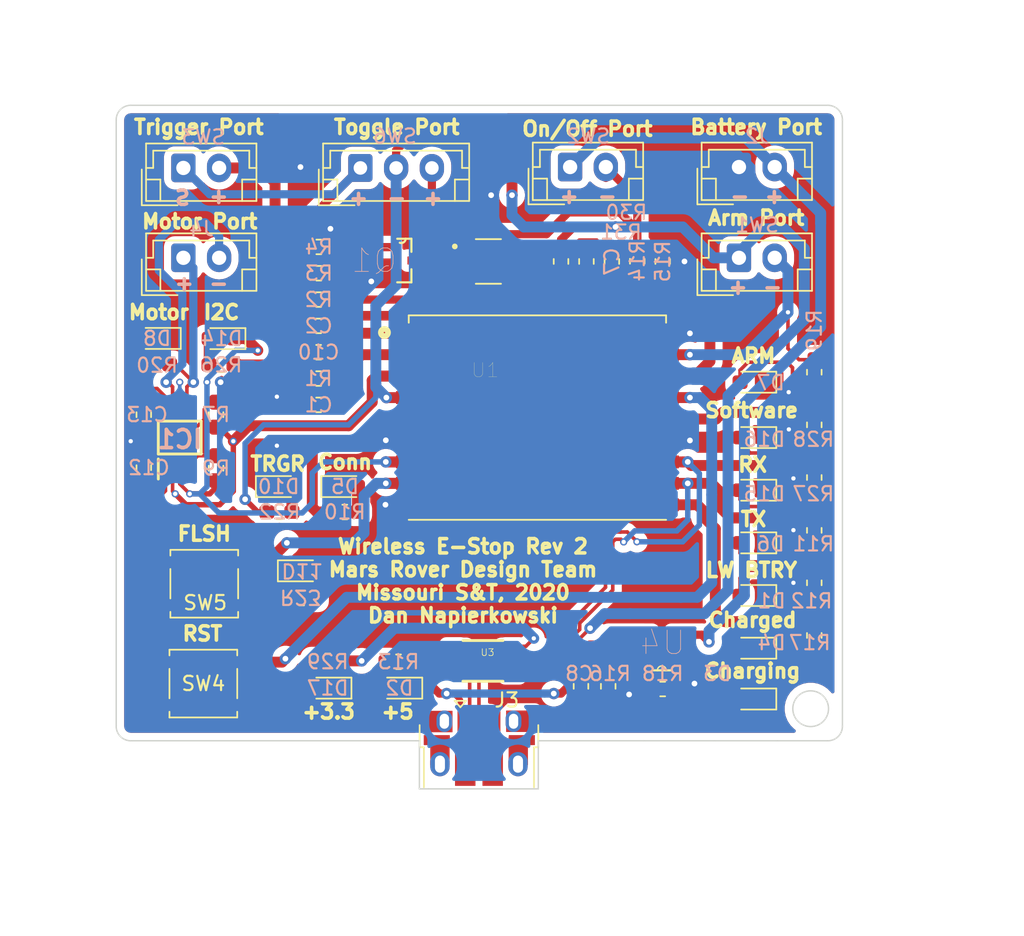
<source format=kicad_pcb>
(kicad_pcb (version 20171130) (host pcbnew "(5.1.5)-2")
  (layers (0 F.Cu signal) (31 B.Cu signal) (34 B.Paste user) (35 F.Paste user) (36 B.SilkS user) (37 F.SilkS user) (38 B.Mask user) (39 F.Mask user) (44 Edge.Cuts user))
  (net 0 "")
  (net 1 GND)
  (net 2 +3V3)
  (net 3 ADC_In)
  (net 4 DC_In)
  (net 5 "Net-(C12-Pad1)")
  (net 6 "Net-(D1-Pad2)")
  (net 7 "Net-(D2-Pad2)")
  (net 8 "Net-(D3-Pad2)")
  (net 9 Stat_Out)
  (net 10 "Net-(D4-Pad1)")
  (net 11 "Net-(D5-Pad2)")
  (net 12 "Net-(D6-Pad2)")
  (net 13 "Net-(D7-Pad2)")
  (net 14 "Net-(D8-Pad2)")
  (net 15 "Net-(D10-Pad2)")
  (net 16 "Net-(D11-Pad2)")
  (net 17 "Net-(D14-Pad2)")
  (net 18 "Net-(D15-Pad2)")
  (net 19 "Net-(D16-Pad2)")
  (net 20 "Net-(D17-Pad2)")
  (net 21 Motor-)
  (net 22 Motor+)
  (net 23 "Net-(IC1-Pad6)")
  (net 24 "Net-(IC1-Pad4)")
  (net 25 I2C_SDA)
  (net 26 I2C_CLK)
  (net 27 +BATT)
  (net 28 "Net-(J3-Pad6)")
  (net 29 "Net-(J3-Pad4)")
  (net 30 D+)
  (net 31 D-)
  (net 32 "Net-(Q1-Pad3)")
  (net 33 "Net-(R3-Pad2)")
  (net 34 "Net-(Q1-Pad1)")
  (net 35 SW_Reset)
  (net 36 IND_Connected)
  (net 37 IND_Software)
  (net 38 IND_LowBattery)
  (net 39 ADC_VDiv)
  (net 40 Prog_Out)
  (net 41 SW_Trigger)
  (net 42 SW_Flash)
  (net 43 TXD)
  (net 44 RXD)
  (net 45 "Net-(R30-Pad2)")
  (net 46 SW_Arm)
  (net 47 "Net-(U3-Pad6)")
  (net 48 "Net-(U3-Pad5)")
  (net 49 "Net-(U3-Pad4)")
  (net 50 "Net-(C1-Pad2)")
  (module ESP8266:MODULE_ESP-WROOM-02U (layer F.Cu) (at 131.064 139.954)
    (fp_text reference U1 (at -3.64744 -3.31724) (layer F.SilkS) (effects (font (size 1.00074 1.00074) (thickness 0.015))))
    (fp_text value ESP-13-WROOM-02)
    (pad 1 smd rect (at -8.8925 -5.9) (size 2 0.9) (layers F.Cu F.Paste F.Mask) (net 2 +3V3))
    (pad 2 smd rect (at -8.8925 -4.4) (size 2 0.9) (layers F.Cu F.Paste F.Mask) (net 50 "Net-(C1-Pad2)"))
    (pad 3 smd rect (at -8.8925 -2.9) (size 2 0.9) (layers F.Cu F.Paste F.Mask) (net 26 I2C_CLK))
    (pad 4 smd rect (at -8.8925 -1.4) (size 2 0.9) (layers F.Cu F.Paste F.Mask) (net 41 SW_Trigger))
    (pad 5 smd rect (at -8.8925 0.1) (size 2 0.9) (layers F.Cu F.Paste F.Mask) (net 36 IND_Connected))
    (pad 6 smd rect (at -8.8925 1.6) (size 2 0.9) (layers F.Cu F.Paste F.Mask) (net 1 GND))
    (pad 7 smd rect (at -8.8925 3.1) (size 2 0.9) (layers F.Cu F.Paste F.Mask) (net 25 I2C_SDA))
    (pad 8 smd rect (at -8.8925 4.6) (size 2 0.9) (layers F.Cu F.Paste F.Mask) (net 42 SW_Flash))
    (pad 9 smd rect (at -8.8925 6.1) (size 2 0.9) (layers F.Cu F.Paste F.Mask) (net 1 GND))
    (pad 10 smd rect (at 8.8925 6.1) (size 2 0.9) (layers F.Cu F.Paste F.Mask) (net 38 IND_LowBattery))
    (pad 11 smd rect (at 8.8925 4.6) (size 2 0.9) (layers F.Cu F.Paste F.Mask) (net 43 TXD))
    (pad 12 smd rect (at 8.8925 3.1) (size 2 0.9) (layers F.Cu F.Paste F.Mask) (net 44 RXD))
    (pad 13 smd rect (at 8.8925 1.6) (size 2 0.9) (layers F.Cu F.Paste F.Mask) (net 1 GND))
    (pad 14 smd rect (at 8.8925 0.1) (size 2 0.9) (layers F.Cu F.Paste F.Mask) (net 37 IND_Software))
    (pad 15 smd rect (at 8.8925 -1.4) (size 2 0.9) (layers F.Cu F.Paste F.Mask) (net 35 SW_Reset))
    (pad 16 smd rect (at 8.8925 -2.9) (size 2 0.9) (layers F.Cu F.Paste F.Mask) (net 3 ADC_In))
    (pad 17 smd rect (at 8.8925 -4.4) (size 2 0.9) (layers F.Cu F.Paste F.Mask) (net 46 SW_Arm))
    (pad 18 smd rect (at 8.8925 -5.9) (size 2 0.9) (layers F.Cu F.Paste F.Mask) (net 1 GND))
  )
  (module Button_Switch_SMD:SW_SPST_TL3305A (layer F.Cu) (at 107.7595 151.5745)
    (fp_text reference SW5 (at 0.0635 1.3335) (layer F.SilkS))
    (fp_text value SW_DIP_x01)
    (pad 2 smd rect (at -3.6 1.5) (size 1.6 1.4) (layers F.Cu F.Paste F.Mask) (net 1 GND))
    (pad 2 smd rect (at 3.6 1.5) (size 1.6 1.4) (layers F.Cu F.Paste F.Mask) (net 1 GND))
    (pad 1 smd rect (at -3.6 -1.5) (size 1.6 1.4) (layers F.Cu F.Paste F.Mask) (net 42 SW_Flash))
    (pad 1 smd rect (at 3.6 -1.5) (size 1.6 1.4) (layers F.Cu F.Paste F.Mask) (net 42 SW_Flash))
  )
  (module Capacitor_SMD:C_0603_1608Metric_Pad1.05x0.95mm_HandSolder (layer F.Cu) (at 115.7605 135.382 180)
    (fp_text reference C10 (at 0 0) (layer B.SilkS) (effects (justify mirror)))
    (fp_text value 10uF)
    (pad 2 smd roundrect (at 0.875 0 180) (size 1.05 0.95) (layers F.Cu F.Paste F.Mask) (net 1 GND))
    (pad 1 smd roundrect (at -0.875 0 180) (size 1.05 0.95) (layers F.Cu F.Paste F.Mask) (net 2 +3V3))
  )
  (module TPS73633DBVR:SOT95P280X145-5N (layer F.Cu) (at 127.635 129.032)
    (fp_text reference U5)
    (fp_text value TPS73633DBVR)
    (pad 5 smd rect (at 1.255 -0.95) (size 1.21 0.59) (layers F.Cu F.Paste F.Mask) (net 2 +3V3))
    (pad 4 smd rect (at 1.255 0.95) (size 1.21 0.59) (layers F.Cu F.Paste F.Mask) (net 45 "Net-(R30-Pad2)"))
    (pad 3 smd rect (at -1.255 0.95) (size 1.21 0.59) (layers F.Cu F.Paste F.Mask) (net 39 ADC_VDiv))
    (pad 2 smd rect (at -1.255 0) (size 1.21 0.59) (layers F.Cu F.Paste F.Mask) (net 1 GND))
    (pad 1 smd rect (at -1.255 -0.95) (size 1.21 0.59) (layers F.Cu F.Paste F.Mask) (net 39 ADC_VDiv))
  )
  (module Resistor_SMD:R_0603_1608Metric_Pad1.05x0.95mm_HandSolder (layer F.Cu) (at 115.7605 137.2235)
    (fp_text reference R1 (at -0.014 0 180) (layer B.SilkS) (effects (justify mirror)))
    (fp_text value 10k)
    (pad 2 smd roundrect (at 0.875 0) (size 1.05 0.95) (layers F.Cu F.Paste F.Mask) (net 2 +3V3))
    (pad 1 smd roundrect (at -0.875 0) (size 1.05 0.95) (layers F.Cu F.Paste F.Mask) (net 50 "Net-(C1-Pad2)"))
  )
  (module Capacitor_SMD:C_0603_1608Metric_Pad1.05x0.95mm_HandSolder (layer F.Cu) (at 115.7605 133.5405 180)
    (fp_text reference C2 (at 0 0) (layer B.SilkS) (effects (justify mirror)))
    (fp_text value 0.1uF)
    (pad 2 smd roundrect (at 0.875 0 180) (size 1.05 0.95) (layers F.Cu F.Paste F.Mask) (net 1 GND))
    (pad 1 smd roundrect (at -0.875 0 180) (size 1.05 0.95) (layers F.Cu F.Paste F.Mask) (net 2 +3V3))
  )
  (module Capacitor_SMD:C_0603_1608Metric_Pad1.05x0.95mm_HandSolder (layer F.Cu) (at 115.7605 139.065)
    (fp_text reference C1 (at 0 0) (layer B.SilkS) (effects (justify mirror)))
    (fp_text value 0.1uF)
    (pad 2 smd roundrect (at 0.875 0) (size 1.05 0.95) (layers F.Cu F.Paste F.Mask) (net 50 "Net-(C1-Pad2)"))
    (pad 1 smd roundrect (at -0.875 0) (size 1.05 0.95) (layers F.Cu F.Paste F.Mask) (net 1 GND))
  )
  (module Connector_JST:JST_EH_B2B-EH-A_1x02_P2.50mm_Vertical (layer F.Cu) (at 133.35 122.428)
    (fp_text reference SW2 (at 1.27 -2.159) (layer B.SilkS) (effects (justify mirror)))
    (fp_text value SW_DIP_x01)
    (pad 1 thru_hole roundrect (at 0 0) (size 1.7 2) (drill 1) (layers *.Cu *.Mask) (roundrect_rratio 0.147059) (net 27 +BATT))
    (pad 2 thru_hole oval (at 2.5 0) (size 1.7 2) (drill 1) (layers *.Cu *.Mask) (net 39 ADC_VDiv))
  )
  (module Connector_JST:JST_EH_B2B-EH-A_1x02_P2.50mm_Vertical (layer F.Cu) (at 106.299 122.4915)
    (fp_text reference SW3 (at 1.397 -2.159) (layer B.SilkS) (effects (justify mirror)))
    (fp_text value SW_Push)
    (pad 2 thru_hole oval (at 2.5 0) (size 1.7 2) (drill 1) (layers *.Cu *.Mask) (net 2 +3V3))
    (pad 1 thru_hole roundrect (at 0 0) (size 1.7 2) (drill 1) (layers *.Cu *.Mask) (roundrect_rratio 0.147059) (net 33 "Net-(R3-Pad2)"))
  )
  (module Connector_JST:JST_EH_B2B-EH-A_1x02_P2.50mm_Vertical (layer F.Cu) (at 145.161 128.778)
    (fp_text reference SW1 (at 1.27 -2.286) (layer B.SilkS) (effects (justify mirror)))
    (fp_text value SW_DIP_x01)
    (pad 2 thru_hole oval (at 2.5 0) (size 1.7 2) (drill 1) (layers *.Cu *.Mask) (net 46 SW_Arm))
    (pad 1 thru_hole roundrect (at 0 0) (size 1.7 2) (drill 1) (layers *.Cu *.Mask) (roundrect_rratio 0.147059) (net 2 +3V3))
  )
  (module Connector_JST:JST_EH_B2B-EH-A_1x02_P2.50mm_Vertical (layer F.Cu) (at 106.299 128.778)
    (fp_text reference J4 (at 1.27 -2.032) (layer B.SilkS) (effects (justify mirror)))
    (fp_text value Conn_01x02)
    (pad 2 thru_hole oval (at 2.5 0) (size 1.7 2) (drill 1) (layers *.Cu *.Mask) (net 21 Motor-))
    (pad 1 thru_hole roundrect (at 0 0) (size 1.7 2) (drill 1) (layers *.Cu *.Mask) (roundrect_rratio 0.147059) (net 22 Motor+))
  )
  (module Connector_JST:JST_EH_B2B-EH-A_1x02_P2.50mm_Vertical (layer F.Cu) (at 145.161 122.428)
    (fp_text reference J2 (at 1.27 -2.159) (layer B.SilkS) (effects (justify mirror)))
    (fp_text value Conn_01x02)
    (pad 2 thru_hole oval (at 2.5 0) (size 1.7 2) (drill 1) (layers *.Cu *.Mask) (net 27 +BATT))
    (pad 1 thru_hole roundrect (at 0 0) (size 1.7 2) (drill 1) (layers *.Cu *.Mask) (roundrect_rratio 0.147059) (net 1 GND))
  )
  (module Connector_JST:JST_EH_B3B-EH-A_1x03_P2.50mm_Vertical (layer F.Cu) (at 118.6815 122.4915)
    (fp_text reference SW6 (at 2.413 -2.2225) (layer B.SilkS) (effects (justify mirror)))
    (fp_text value SW_SPDT)
    (pad 3 thru_hole oval (at 5 0) (size 1.7 1.95) (drill 0.95) (layers *.Cu *.Mask) (net 32 "Net-(Q1-Pad3)"))
    (pad 2 thru_hole oval (at 2.5 0) (size 1.7 1.95) (drill 0.95) (layers *.Cu *.Mask) (net 41 SW_Trigger))
    (pad 1 thru_hole roundrect (at 0 0) (size 1.7 1.95) (drill 0.95) (layers *.Cu *.Mask) (roundrect_rratio 0.147059) (net 33 "Net-(R3-Pad2)"))
  )
  (module IRLML6344TRPBF:SOT95P240X112-3N (layer F.Cu) (at 121.539 128.9685)
    (fp_text reference Q1 (at -1.905 0) (layer B.SilkS) (effects (font (size 1.64067 1.64067) (thickness 0.05)) (justify mirror)))
    (fp_text value Q_NMOS_GSD)
    (pad 3 smd rect (at 1.0922 0) (size 1.3208 0.5588) (layers F.Cu F.Paste F.Mask) (net 32 "Net-(Q1-Pad3)"))
    (pad 2 smd rect (at -1.0922 0.9398) (size 1.3208 0.5588) (layers F.Cu F.Paste F.Mask) (net 1 GND))
    (pad 1 smd rect (at -1.0922 -0.9398) (size 1.3208 0.5588) (layers F.Cu F.Paste F.Mask) (net 34 "Net-(Q1-Pad1)"))
  )
  (module MCP73831T-2ACI_OT:SOT95P280X145-5N (layer F.Cu) (at 139.7635 156.083 180)
    (fp_text reference U4 (at -0.0635 0.381) (layer B.SilkS) (effects (font (size 1.64087 1.64087) (thickness 0.05)) (justify mirror)))
    (fp_text value MCP73831T-2ACI_OT)
    (pad 5 smd rect (at 1.2954 -0.9398 180) (size 1.27 0.5588) (layers F.Cu F.Paste F.Mask) (net 40 Prog_Out))
    (pad 4 smd rect (at 1.2954 0.9398 180) (size 1.27 0.5588) (layers F.Cu F.Paste F.Mask) (net 4 DC_In))
    (pad 3 smd rect (at -1.2954 0.9398 180) (size 1.27 0.5588) (layers F.Cu F.Paste F.Mask) (net 27 +BATT))
    (pad 2 smd rect (at -1.2954 0 180) (size 1.27 0.5588) (layers F.Cu F.Paste F.Mask) (net 1 GND))
    (pad 1 smd rect (at -1.2954 -0.9398 180) (size 1.27 0.5588) (layers F.Cu F.Paste F.Mask) (net 9 Stat_Out))
  )
  (module CH340E:MSOP10 (layer F.Cu) (at 127.254 156.972)
    (fp_text reference U3 (at 0.32004 -0.58928) (layer F.SilkS) (effects (font (size 0.48 0.48) (thickness 0.05))))
    (fp_text value CH340)
    (pad 10 smd rect (at 2.05 -1 90) (size 0.3 1) (layers F.Cu F.Paste F.Mask) (net 2 +3V3))
    (pad 9 smd rect (at 2.05 -0.5 90) (size 0.3 1) (layers F.Cu F.Paste F.Mask) (net 44 RXD))
    (pad 8 smd rect (at 2.05 0 90) (size 0.3 1) (layers F.Cu F.Paste F.Mask) (net 43 TXD))
    (pad 7 smd rect (at 2.05 0.5 90) (size 0.3 1) (layers F.Cu F.Paste F.Mask) (net 2 +3V3))
    (pad 6 smd rect (at 2.05 1 90) (size 0.3 1) (layers F.Cu F.Paste F.Mask) (net 47 "Net-(U3-Pad6)"))
    (pad 5 smd rect (at -2.05 1 270) (size 0.3 1) (layers F.Cu F.Paste F.Mask) (net 48 "Net-(U3-Pad5)"))
    (pad 4 smd rect (at -2.05 0.5 270) (size 0.3 1) (layers F.Cu F.Paste F.Mask) (net 49 "Net-(U3-Pad4)"))
    (pad 3 smd rect (at -2.05 0 270) (size 0.3 1) (layers F.Cu F.Paste F.Mask) (net 1 GND))
    (pad 2 smd rect (at -2.05 -0.5 270) (size 0.3 1) (layers F.Cu F.Paste F.Mask) (net 31 D-))
    (pad 1 smd rect (at -2.05 -1 270) (size 0.3 1) (layers F.Cu F.Paste F.Mask) (net 30 D+))
  )
  (module Button_Switch_SMD:SW_SPST_TL3305A (layer F.Cu) (at 107.696 158.5595)
    (fp_text reference SW4 (at 0 0 180) (layer F.SilkS))
    (fp_text value SW_Push)
    (pad 2 smd rect (at -3.6 1.5) (size 1.6 1.4) (layers F.Cu F.Paste F.Mask) (net 1 GND))
    (pad 2 smd rect (at 3.6 1.5) (size 1.6 1.4) (layers F.Cu F.Paste F.Mask) (net 1 GND))
    (pad 1 smd rect (at -3.6 -1.5) (size 1.6 1.4) (layers F.Cu F.Paste F.Mask) (net 35 SW_Reset))
    (pad 1 smd rect (at 3.6 -1.5) (size 1.6 1.4) (layers F.Cu F.Paste F.Mask) (net 35 SW_Reset))
  )
  (module Resistor_SMD:R_0603_1608Metric_Pad1.05x0.95mm_HandSolder (layer F.Cu) (at 134.493 129.032 90)
    (fp_text reference R31 (at 2.046 2.413 180) (layer B.SilkS) (effects (justify mirror)))
    (fp_text value 30.1k)
    (pad 2 smd roundrect (at 0.875 0 90) (size 1.05 0.95) (layers F.Cu F.Paste F.Mask) (net 1 GND))
    (pad 1 smd roundrect (at -0.875 0 90) (size 1.05 0.95) (layers F.Cu F.Paste F.Mask) (net 45 "Net-(R30-Pad2)"))
  )
  (module Resistor_SMD:R_0603_1608Metric_Pad1.05x0.95mm_HandSolder (layer F.Cu) (at 132.715 129.032 270)
    (fp_text reference R30 (at -3.429 -4.572 180) (layer B.SilkS) (effects (justify mirror)))
    (fp_text value 52.3k)
    (pad 2 smd roundrect (at 0.875 0 270) (size 1.05 0.95) (layers F.Cu F.Paste F.Mask) (net 45 "Net-(R30-Pad2)"))
    (pad 1 smd roundrect (at -0.875 0 270) (size 1.05 0.95) (layers F.Cu F.Paste F.Mask) (net 2 +3V3))
  )
  (module Resistor_SMD:R_0603_1608Metric_Pad1.05x0.95mm_HandSolder (layer F.Cu) (at 116.3955 156.972)
    (fp_text reference R29 (at 0 0.0635) (layer B.SilkS) (effects (justify mirror)))
    (fp_text value 330)
    (pad 2 smd roundrect (at 0.875 0) (size 1.05 0.95) (layers F.Cu F.Paste F.Mask) (net 2 +3V3))
    (pad 1 smd roundrect (at -0.875 0) (size 1.05 0.95) (layers F.Cu F.Paste F.Mask) (net 20 "Net-(D17-Pad2)"))
  )
  (module Resistor_SMD:R_0603_1608Metric_Pad1.05x0.95mm_HandSolder (layer F.Cu) (at 150.4315 140.462 90)
    (fp_text reference R28 (at -1.016 -0.0635 180) (layer B.SilkS) (effects (justify mirror)))
    (fp_text value 330)
    (pad 2 smd roundrect (at 0.875 0 90) (size 1.05 0.95) (layers F.Cu F.Paste F.Mask) (net 37 IND_Software))
    (pad 1 smd roundrect (at -0.875 0 90) (size 1.05 0.95) (layers F.Cu F.Paste F.Mask) (net 19 "Net-(D16-Pad2)"))
  )
  (module Resistor_SMD:R_0603_1608Metric_Pad1.05x0.95mm_HandSolder (layer F.Cu) (at 150.4315 144.145 90)
    (fp_text reference R27 (at -1.143 -0.0635 180) (layer B.SilkS) (effects (justify mirror)))
    (fp_text value 330)
    (pad 2 smd roundrect (at 0.875 0 90) (size 1.05 0.95) (layers F.Cu F.Paste F.Mask) (net 44 RXD))
    (pad 1 smd roundrect (at -0.875 0 90) (size 1.05 0.95) (layers F.Cu F.Paste F.Mask) (net 18 "Net-(D15-Pad2)"))
  )
  (module Resistor_SMD:R_0603_1608Metric_Pad1.05x0.95mm_HandSolder (layer F.Cu) (at 108.966 136.271)
    (fp_text reference R26 (at 0 0) (layer B.SilkS) (effects (justify mirror)))
    (fp_text value 330)
    (pad 2 smd roundrect (at 0.875 0) (size 1.05 0.95) (layers F.Cu F.Paste F.Mask) (net 2 +3V3))
    (pad 1 smd roundrect (at -0.875 0) (size 1.05 0.95) (layers F.Cu F.Paste F.Mask) (net 17 "Net-(D14-Pad2)"))
  )
  (module Resistor_SMD:R_0603_1608Metric_Pad1.05x0.95mm_HandSolder (layer F.Cu) (at 114.568 152.5778 180)
    (fp_text reference R23 (at 0.0635 0.0635 180 unlocked) (layer B.SilkS) (effects (justify mirror)))
    (fp_text value 330)
    (pad 2 smd roundrect (at 0.875 0 180) (size 1.05 0.95) (layers F.Cu F.Paste F.Mask) (net 42 SW_Flash))
    (pad 1 smd roundrect (at -0.875 0 180) (size 1.05 0.95) (layers F.Cu F.Paste F.Mask) (net 16 "Net-(D11-Pad2)"))
  )
  (module Resistor_SMD:R_0603_1608Metric_Pad1.05x0.95mm_HandSolder (layer F.Cu) (at 113.016 146.558 180)
    (fp_text reference R22 (at -0.014 0) (layer B.SilkS) (effects (justify mirror)))
    (fp_text value 330)
    (pad 2 smd roundrect (at 0.875 0 180) (size 1.05 0.95) (layers F.Cu F.Paste F.Mask) (net 41 SW_Trigger))
    (pad 1 smd roundrect (at -0.875 0 180) (size 1.05 0.95) (layers F.Cu F.Paste F.Mask) (net 15 "Net-(D10-Pad2)"))
  )
  (module Resistor_SMD:R_0603_1608Metric_Pad1.05x0.95mm_HandSolder (layer F.Cu) (at 104.4575 136.2456)
    (fp_text reference R20 (at 0 0.0508) (layer B.SilkS) (effects (justify mirror)))
    (fp_text value 330)
    (pad 2 smd roundrect (at 0.875 0) (size 1.05 0.95) (layers F.Cu F.Paste F.Mask) (net 22 Motor+))
    (pad 1 smd roundrect (at -0.875 0) (size 1.05 0.95) (layers F.Cu F.Paste F.Mask) (net 14 "Net-(D8-Pad2)"))
  )
  (module Resistor_SMD:R_0603_1608Metric_Pad1.05x0.95mm_HandSolder (layer F.Cu) (at 150.4315 136.779 90)
    (fp_text reference R19 (at 2.9337 0 90) (layer B.SilkS) (effects (justify mirror)))
    (fp_text value 330)
    (pad 2 smd roundrect (at 0.875 0 90) (size 1.05 0.95) (layers F.Cu F.Paste F.Mask) (net 46 SW_Arm))
    (pad 1 smd roundrect (at -0.875 0 90) (size 1.05 0.95) (layers F.Cu F.Paste F.Mask) (net 13 "Net-(D7-Pad2)"))
  )
  (module Resistor_SMD:R_0603_1608Metric_Pad1.05x0.95mm_HandSolder (layer F.Cu) (at 139.827 158.9405 180)
    (fp_text reference R18 (at 0 1.0795) (layer B.SilkS) (effects (justify mirror)))
    (fp_text value 2k2)
    (pad 2 smd roundrect (at 0.875 0 180) (size 1.05 0.95) (layers F.Cu F.Paste F.Mask) (net 40 Prog_Out))
    (pad 1 smd roundrect (at -0.875 0 180) (size 1.05 0.95) (layers F.Cu F.Paste F.Mask) (net 1 GND))
  )
  (module Resistor_SMD:R_0603_1608Metric_Pad1.05x0.95mm_HandSolder (layer F.Cu) (at 150.4315 155.194 90)
    (fp_text reference R17 (at -0.508 -0.3175 180) (layer B.SilkS) (effects (justify mirror)))
    (fp_text value 470)
    (pad 2 smd roundrect (at 0.875 0 90) (size 1.05 0.95) (layers F.Cu F.Paste F.Mask) (net 1 GND))
    (pad 1 smd roundrect (at -0.875 0 90) (size 1.05 0.95) (layers F.Cu F.Paste F.Mask) (net 10 "Net-(D4-Pad1)"))
  )
  (module Resistor_SMD:R_0603_1608Metric_Pad1.05x0.95mm_HandSolder (layer F.Cu) (at 136.017 158.75 270)
    (fp_text reference R16 (at -0.889 -0.127) (layer B.SilkS) (effects (justify mirror)))
    (fp_text value 470)
    (pad 2 smd roundrect (at 0.875 0 270) (size 1.05 0.95) (layers F.Cu F.Paste F.Mask) (net 8 "Net-(D3-Pad2)"))
    (pad 1 smd roundrect (at -0.875 0 270) (size 1.05 0.95) (layers F.Cu F.Paste F.Mask) (net 4 DC_In))
  )
  (module Resistor_SMD:R_0603_1608Metric_Pad1.05x0.95mm_HandSolder (layer F.Cu) (at 139.827 129.032 90)
    (fp_text reference R15 (at 0 0 90) (layer B.SilkS) (effects (justify mirror)))
    (fp_text value 330)
    (pad 2 smd roundrect (at 0.875 0 90) (size 1.05 0.95) (layers F.Cu F.Paste F.Mask) (net 1 GND))
    (pad 1 smd roundrect (at -0.875 0 90) (size 1.05 0.95) (layers F.Cu F.Paste F.Mask) (net 3 ADC_In))
  )
  (module Resistor_SMD:R_0603_1608Metric_Pad1.05x0.95mm_HandSolder (layer F.Cu) (at 138.049 129.018 90)
    (fp_text reference R14 (at 0.0315 0 90) (layer B.SilkS) (effects (justify mirror)))
    (fp_text value 1k)
    (pad 2 smd roundrect (at 0.875 0 90) (size 1.05 0.95) (layers F.Cu F.Paste F.Mask) (net 39 ADC_VDiv))
    (pad 1 smd roundrect (at -0.875 0 90) (size 1.05 0.95) (layers F.Cu F.Paste F.Mask) (net 3 ADC_In))
  )
  (module Resistor_SMD:R_0603_1608Metric_Pad1.05x0.95mm_HandSolder (layer F.Cu) (at 121.3485 157.0355)
    (fp_text reference R13 (at 0 0) (layer B.SilkS) (effects (justify mirror)))
    (fp_text value 500)
    (pad 2 smd roundrect (at 0.875 0) (size 1.05 0.95) (layers F.Cu F.Paste F.Mask) (net 4 DC_In))
    (pad 1 smd roundrect (at -0.875 0) (size 1.05 0.95) (layers F.Cu F.Paste F.Mask) (net 7 "Net-(D2-Pad2)"))
  )
  (module Resistor_SMD:R_0603_1608Metric_Pad1.05x0.95mm_HandSolder (layer F.Cu) (at 150.4315 151.511 270)
    (fp_text reference R12 (at 1.27 0.1905 180) (layer B.SilkS) (effects (justify mirror)))
    (fp_text value 330)
    (pad 2 smd roundrect (at 0.875 0 270) (size 1.05 0.95) (layers F.Cu F.Paste F.Mask) (net 38 IND_LowBattery))
    (pad 1 smd roundrect (at -0.875 0 270) (size 1.05 0.95) (layers F.Cu F.Paste F.Mask) (net 6 "Net-(D1-Pad2)"))
  )
  (module Resistor_SMD:R_0603_1608Metric_Pad1.05x0.95mm_HandSolder (layer F.Cu) (at 150.4315 147.842 90)
    (fp_text reference R11 (at -0.9512 -0.0635 180) (layer B.SilkS) (effects (justify mirror)))
    (fp_text value 330)
    (pad 2 smd roundrect (at 0.875 0 90) (size 1.05 0.95) (layers F.Cu F.Paste F.Mask) (net 43 TXD))
    (pad 1 smd roundrect (at -0.875 0 90) (size 1.05 0.95) (layers F.Cu F.Paste F.Mask) (net 12 "Net-(D6-Pad2)"))
  )
  (module Resistor_SMD:R_0603_1608Metric_Pad1.05x0.95mm_HandSolder (layer F.Cu) (at 117.59054 146.558 180)
    (fp_text reference R10 (at 0 0) (layer B.SilkS) (effects (justify mirror)))
    (fp_text value 330)
    (pad 2 smd roundrect (at 0.875 0 180) (size 1.05 0.95) (layers F.Cu F.Paste F.Mask) (net 36 IND_Connected))
    (pad 1 smd roundrect (at -0.875 0 180) (size 1.05 0.95) (layers F.Cu F.Paste F.Mask) (net 11 "Net-(D5-Pad2)"))
  )
  (module Resistor_SMD:R_0603_1608Metric_Pad1.05x0.95mm_HandSolder (layer F.Cu) (at 108.585 143.496 90)
    (fp_text reference R9 (at 0 0 180) (layer B.SilkS) (effects (justify mirror)))
    (fp_text value 2.2k)
    (pad 2 smd roundrect (at 0.875 0 90) (size 1.05 0.95) (layers F.Cu F.Paste F.Mask) (net 2 +3V3))
    (pad 1 smd roundrect (at -0.875 0 90) (size 1.05 0.95) (layers F.Cu F.Paste F.Mask) (net 25 I2C_SDA))
  )
  (module Resistor_SMD:R_0603_1608Metric_Pad1.05x0.95mm_HandSolder (layer F.Cu) (at 108.585 139.7495 90)
    (fp_text reference R7 (at 0 0 180) (layer B.SilkS) (effects (justify mirror)))
    (fp_text value 2.2k)
    (pad 2 smd roundrect (at 0.875 0 90) (size 1.05 0.95) (layers F.Cu F.Paste F.Mask) (net 2 +3V3))
    (pad 1 smd roundrect (at -0.875 0 90) (size 1.05 0.95) (layers F.Cu F.Paste F.Mask) (net 26 I2C_CLK))
  )
  (module Resistor_SMD:R_0603_1608Metric_Pad1.05x0.95mm_HandSolder (layer F.Cu) (at 115.7745 128.016 180)
    (fp_text reference R4 (at 0 0) (layer B.SilkS) (effects (justify mirror)))
    (fp_text value 10k)
    (pad 2 smd roundrect (at 0.875 0 180) (size 1.05 0.95) (layers F.Cu F.Paste F.Mask) (net 33 "Net-(R3-Pad2)"))
    (pad 1 smd roundrect (at -0.875 0 180) (size 1.05 0.95) (layers F.Cu F.Paste F.Mask) (net 1 GND))
  )
  (module Resistor_SMD:R_0603_1608Metric_Pad1.05x0.95mm_HandSolder (layer F.Cu) (at 115.7732 129.8575 180)
    (fp_text reference R3 (at 0 0) (layer B.SilkS) (effects (justify mirror)))
    (fp_text value 1k)
    (pad 2 smd roundrect (at 0.875 0 180) (size 1.05 0.95) (layers F.Cu F.Paste F.Mask) (net 33 "Net-(R3-Pad2)"))
    (pad 1 smd roundrect (at -0.875 0 180) (size 1.05 0.95) (layers F.Cu F.Paste F.Mask) (net 34 "Net-(Q1-Pad1)"))
  )
  (module Resistor_SMD:R_0603_1608Metric_Pad1.05x0.95mm_HandSolder (layer F.Cu) (at 115.7605 131.699 180)
    (fp_text reference R2 (at 0 0 180) (layer B.SilkS) (effects (justify mirror)))
    (fp_text value 1k)
    (pad 2 smd roundrect (at 0.875 0 180) (size 1.05 0.95) (layers F.Cu F.Paste F.Mask) (net 2 +3V3))
    (pad 1 smd roundrect (at -0.875 0 180) (size 1.05 0.95) (layers F.Cu F.Paste F.Mask) (net 32 "Net-(Q1-Pad3)"))
  )
  (module Connector_USB:USB_Micro-B_Amphenol_10103594-0001LF_Horizontal (layer F.Cu) (at 127 163.08)
    (fp_text reference J3 (at 1.925 -3.365) (layer F.SilkS))
    (fp_text value USB_B_Micro)
    (pad 6 smd rect (at 2.725 0.185) (size 1.35 2) (layers F.Cu F.Paste F.Mask) (net 28 "Net-(J3-Pad6)"))
    (pad 6 smd rect (at -2.755 0.185) (size 1.35 2) (layers F.Cu F.Paste F.Mask) (net 28 "Net-(J3-Pad6)"))
    (pad 6 smd rect (at -2.975 -0.565) (size 1.825 0.7) (layers F.Cu F.Paste F.Mask) (net 28 "Net-(J3-Pad6)"))
    (pad 6 smd rect (at 2.975 -0.565) (size 1.825 0.7) (layers F.Cu F.Paste F.Mask) (net 28 "Net-(J3-Pad6)"))
    (pad 6 smd rect (at -2.875 -1.865) (size 2 1.5) (layers F.Cu F.Paste F.Mask) (net 28 "Net-(J3-Pad6)"))
    (pad 6 smd rect (at 2.875 -1.885) (size 2 1.5) (layers F.Cu F.Paste F.Mask) (net 28 "Net-(J3-Pad6)"))
    (pad 1 smd rect (at -1.325 -1.765 90) (size 1.65 0.4) (layers F.Cu F.Paste F.Mask) (net 4 DC_In))
    (pad 2 smd rect (at -0.675 -1.765 90) (size 1.65 0.4) (layers F.Cu F.Paste F.Mask) (net 31 D-))
    (pad 3 smd rect (at -0.025 -1.765 90) (size 1.65 0.4) (layers F.Cu F.Paste F.Mask) (net 30 D+))
    (pad 4 smd rect (at 0.625 -1.765 90) (size 1.65 0.4) (layers F.Cu F.Paste F.Mask) (net 29 "Net-(J3-Pad4)"))
    (pad 5 smd rect (at 1.275 -1.765 90) (size 1.65 0.4) (layers F.Cu F.Paste F.Mask) (net 1 GND))
    (pad 6 thru_hole oval (at -2.445 -1.885 90) (size 1.5 1.1) (drill oval 1.05 0.65) (layers *.Cu *.Mask) (net 28 "Net-(J3-Pad6)"))
    (pad 6 thru_hole oval (at 2.395 -1.885 90) (size 1.5 1.1) (drill oval 1.05 0.65) (layers *.Cu *.Mask) (net 28 "Net-(J3-Pad6)"))
    (pad 6 thru_hole oval (at -2.755 1.115 90) (size 1.7 1.35) (drill oval 1.2 0.7) (layers *.Cu *.Mask) (net 28 "Net-(J3-Pad6)"))
    (pad 6 thru_hole oval (at 2.705 1.115 90) (size 1.7 1.35) (drill oval 1.2 0.7) (layers *.Cu *.Mask) (net 28 "Net-(J3-Pad6)"))
    (pad 6 smd rect (at -0.985 1.385 90) (size 2.5 1.43) (layers F.Cu F.Paste F.Mask) (net 28 "Net-(J3-Pad6)"))
    (pad 6 smd rect (at 0.935 1.385 90) (size 2.5 1.43) (layers F.Cu F.Paste F.Mask) (net 28 "Net-(J3-Pad6)"))
  )
  (module DRV2605LDGSR:SOP50P490X110-10N (layer F.Cu) (at 106.045 141.351 90)
    (fp_text reference IC1 (at -0.127 0) (layer B.SilkS) (effects (font (size 1.27 1.27) (thickness 0.254)) (justify mirror)))
    (fp_text value DRV2605LDGSR hide)
    (pad 10 smd rect (at 2.2 -1 180) (size 0.3 1.4) (layers F.Cu F.Paste F.Mask) (net 2 +3V3))
    (pad 9 smd rect (at 2.2 -0.5 180) (size 0.3 1.4) (layers F.Cu F.Paste F.Mask) (net 21 Motor-))
    (pad 8 smd rect (at 2.2 0 180) (size 0.3 1.4) (layers F.Cu F.Paste F.Mask) (net 1 GND))
    (pad 7 smd rect (at 2.2 0.5 180) (size 0.3 1.4) (layers F.Cu F.Paste F.Mask) (net 22 Motor+))
    (pad 6 smd rect (at 2.2 1 180) (size 0.3 1.4) (layers F.Cu F.Paste F.Mask) (net 23 "Net-(IC1-Pad6)"))
    (pad 5 smd rect (at -2.2 1 180) (size 0.3 1.4) (layers F.Cu F.Paste F.Mask) (net 2 +3V3))
    (pad 4 smd rect (at -2.2 0.5 180) (size 0.3 1.4) (layers F.Cu F.Paste F.Mask) (net 24 "Net-(IC1-Pad4)"))
    (pad 3 smd rect (at -2.2 0 180) (size 0.3 1.4) (layers F.Cu F.Paste F.Mask) (net 25 I2C_SDA))
    (pad 2 smd rect (at -2.2 -0.5 180) (size 0.3 1.4) (layers F.Cu F.Paste F.Mask) (net 26 I2C_CLK))
    (pad 1 smd rect (at -2.2 -1 180) (size 0.3 1.4) (layers F.Cu F.Paste F.Mask) (net 5 "Net-(C12-Pad1)"))
  )
  (module LED_SMD:LED_0603_1608Metric_Pad1.05x0.95mm_HandSolder (layer F.Cu) (at 116.3955 158.877 180)
    (fp_text reference D17 (at 0 0) (layer B.SilkS) (effects (justify mirror)))
    (fp_text value D)
    (pad 2 smd roundrect (at 0.875 0 180) (size 1.05 0.95) (layers F.Cu F.Paste F.Mask) (net 20 "Net-(D17-Pad2)"))
    (pad 1 smd roundrect (at -0.875 0 180) (size 1.05 0.95) (layers F.Cu F.Paste F.Mask) (net 1 GND))
  )
  (module LED_SMD:LED_0603_1608Metric_Pad1.05x0.95mm_HandSolder (layer F.Cu) (at 146.1135 141.351 180)
    (fp_text reference D16 (at -0.8255 -0.127) (layer B.SilkS) (effects (justify mirror)))
    (fp_text value D)
    (pad 2 smd roundrect (at 0.875 0 180) (size 1.05 0.95) (layers F.Cu F.Paste F.Mask) (net 19 "Net-(D16-Pad2)"))
    (pad 1 smd roundrect (at -0.875 0 180) (size 1.05 0.95) (layers F.Cu F.Paste F.Mask) (net 1 GND))
  )
  (module LED_SMD:LED_0603_1608Metric_Pad1.05x0.95mm_HandSolder (layer F.Cu) (at 146.1135 145.034 180)
    (fp_text reference D15 (at -0.8255 -0.254) (layer B.SilkS) (effects (justify mirror)))
    (fp_text value D)
    (pad 2 smd roundrect (at 0.875 0 180) (size 1.05 0.95) (layers F.Cu F.Paste F.Mask) (net 18 "Net-(D15-Pad2)"))
    (pad 1 smd roundrect (at -0.875 0 180) (size 1.05 0.95) (layers F.Cu F.Paste F.Mask) (net 1 GND))
  )
  (module LED_SMD:LED_0603_1608Metric_Pad1.05x0.95mm_HandSolder (layer F.Cu) (at 108.98 134.4295 180)
    (fp_text reference D14 (at 0 0) (layer B.SilkS) (effects (justify mirror)))
    (fp_text value D)
    (pad 2 smd roundrect (at 0.875 0 180) (size 1.05 0.95) (layers F.Cu F.Paste F.Mask) (net 17 "Net-(D14-Pad2)"))
    (pad 1 smd roundrect (at -0.875 0 180) (size 1.05 0.95) (layers F.Cu F.Paste F.Mask) (net 25 I2C_SDA))
  )
  (module LED_SMD:LED_0603_1608Metric_Pad1.05x0.95mm_HandSolder (layer F.Cu) (at 114.568 150.6728)
    (fp_text reference D11 (at 0.0495 0 -180 unlocked) (layer B.SilkS) (effects (justify mirror)))
    (fp_text value D)
    (pad 2 smd roundrect (at 0.875 0) (size 1.05 0.95) (layers F.Cu F.Paste F.Mask) (net 16 "Net-(D11-Pad2)"))
    (pad 1 smd roundrect (at -0.875 0) (size 1.05 0.95) (layers F.Cu F.Paste F.Mask) (net 1 GND))
  )
  (module LED_SMD:LED_0603_1608Metric_Pad1.05x0.95mm_HandSolder (layer F.Cu) (at 113.03 144.78)
    (fp_text reference D10 (at -0.0635 0) (layer B.SilkS) (effects (justify mirror)))
    (fp_text value D)
    (pad 2 smd roundrect (at 0.875 0) (size 1.05 0.95) (layers F.Cu F.Paste F.Mask) (net 15 "Net-(D10-Pad2)"))
    (pad 1 smd roundrect (at -0.875 0) (size 1.05 0.95) (layers F.Cu F.Paste F.Mask) (net 1 GND))
  )
  (module LED_SMD:LED_0603_1608Metric_Pad1.05x0.95mm_HandSolder (layer F.Cu) (at 104.4575 134.4168 180)
    (fp_text reference D8 (at 0 0) (layer B.SilkS) (effects (justify mirror)))
    (fp_text value D)
    (pad 2 smd roundrect (at 0.875 0 180) (size 1.05 0.95) (layers F.Cu F.Paste F.Mask) (net 14 "Net-(D8-Pad2)"))
    (pad 1 smd roundrect (at -0.875 0 180) (size 1.05 0.95) (layers F.Cu F.Paste F.Mask) (net 1 GND))
  )
  (module LED_SMD:LED_0603_1608Metric_Pad1.05x0.95mm_HandSolder (layer F.Cu) (at 146.1135 137.4775 180)
    (fp_text reference D7 (at -1.27 -0.0381) (layer B.SilkS) (effects (justify mirror)))
    (fp_text value D)
    (pad 2 smd roundrect (at 0.875 0 180) (size 1.05 0.95) (layers F.Cu F.Paste F.Mask) (net 13 "Net-(D7-Pad2)"))
    (pad 1 smd roundrect (at -0.875 0 180) (size 1.05 0.95) (layers F.Cu F.Paste F.Mask) (net 1 GND))
  )
  (module LED_SMD:LED_0603_1608Metric_Pad1.05x0.95mm_HandSolder (layer F.Cu) (at 146.1135 148.717 180)
    (fp_text reference D6 (at -1.2573 -0.0762) (layer B.SilkS) (effects (justify mirror)))
    (fp_text value D)
    (pad 2 smd roundrect (at 0.875 0 180) (size 1.05 0.95) (layers F.Cu F.Paste F.Mask) (net 12 "Net-(D6-Pad2)"))
    (pad 1 smd roundrect (at -0.875 0 180) (size 1.05 0.95) (layers F.Cu F.Paste F.Mask) (net 1 GND))
  )
  (module LED_SMD:LED_0603_1608Metric_Pad1.05x0.95mm_HandSolder (layer F.Cu) (at 117.602 144.78)
    (fp_text reference D5 (at 0 0 180) (layer B.SilkS) (effects (justify mirror)))
    (fp_text value D)
    (pad 2 smd roundrect (at 0.875 0) (size 1.05 0.95) (layers F.Cu F.Paste F.Mask) (net 11 "Net-(D5-Pad2)"))
    (pad 1 smd roundrect (at -0.875 0) (size 1.05 0.95) (layers F.Cu F.Paste F.Mask) (net 1 GND))
  )
  (module LED_SMD:LED_0603_1608Metric_Pad1.05x0.95mm_HandSolder (layer F.Cu) (at 146.1135 156.083 180)
    (fp_text reference D4 (at -1.3335 0.381) (layer B.SilkS) (effects (justify mirror)))
    (fp_text value D)
    (pad 2 smd roundrect (at 0.875 0 180) (size 1.05 0.95) (layers F.Cu F.Paste F.Mask) (net 9 Stat_Out))
    (pad 1 smd roundrect (at -0.875 0 180) (size 1.05 0.95) (layers F.Cu F.Paste F.Mask) (net 10 "Net-(D4-Pad1)"))
  )
  (module LED_SMD:LED_0603_1608Metric_Pad1.05x0.95mm_HandSolder (layer F.Cu) (at 146.1135 159.639 180)
    (fp_text reference D3 (at 2.4765 1.778) (layer B.SilkS) (effects (justify mirror)))
    (fp_text value D)
    (pad 2 smd roundrect (at 0.875 0 180) (size 1.05 0.95) (layers F.Cu F.Paste F.Mask) (net 8 "Net-(D3-Pad2)"))
    (pad 1 smd roundrect (at -0.875 0 180) (size 1.05 0.95) (layers F.Cu F.Paste F.Mask) (net 9 Stat_Out))
  )
  (module LED_SMD:LED_0603_1608Metric_Pad1.05x0.95mm_HandSolder (layer F.Cu) (at 121.3485 158.877 180)
    (fp_text reference D2 (at -0.0635 0) (layer B.SilkS) (effects (justify mirror)))
    (fp_text value D)
    (pad 2 smd roundrect (at 0.875 0 180) (size 1.05 0.95) (layers F.Cu F.Paste F.Mask) (net 7 "Net-(D2-Pad2)"))
    (pad 1 smd roundrect (at -0.875 0 180) (size 1.05 0.95) (layers F.Cu F.Paste F.Mask) (net 1 GND))
  )
  (module LED_SMD:LED_0603_1608Metric_Pad1.05x0.95mm_HandSolder (layer F.Cu) (at 146.1135 152.4 180)
    (fp_text reference D1 (at -1.3335 -0.381) (layer B.SilkS) (effects (justify mirror)))
    (fp_text value D)
    (pad 2 smd roundrect (at 0.875 0 180) (size 1.05 0.95) (layers F.Cu F.Paste F.Mask) (net 6 "Net-(D1-Pad2)"))
    (pad 1 smd roundrect (at -0.875 0 180) (size 1.05 0.95) (layers F.Cu F.Paste F.Mask) (net 1 GND))
  )
  (module Capacitor_SMD:C_0603_1608Metric_Pad1.05x0.95mm_HandSolder (layer F.Cu) (at 103.5304 139.7508 270)
    (fp_text reference C13 (at 0 -0.2286 180) (layer B.SilkS) (effects (justify mirror)))
    (fp_text value 1uF)
    (pad 2 smd roundrect (at 0.875 0 270) (size 1.05 0.95) (layers F.Cu F.Paste F.Mask) (net 1 GND))
    (pad 1 smd roundrect (at -0.875 0 270) (size 1.05 0.95) (layers F.Cu F.Paste F.Mask) (net 2 +3V3))
  )
  (module Capacitor_SMD:C_0603_1608Metric_Pad1.05x0.95mm_HandSolder (layer F.Cu) (at 103.5304 143.4592 90)
    (fp_text reference C12 (at 0 0.3556 180) (layer B.SilkS) (effects (justify mirror)))
    (fp_text value 1uF)
    (pad 2 smd roundrect (at 0.875 0 90) (size 1.05 0.95) (layers F.Cu F.Paste F.Mask) (net 1 GND))
    (pad 1 smd roundrect (at -0.875 0 90) (size 1.05 0.95) (layers F.Cu F.Paste F.Mask) (net 5 "Net-(C12-Pad1)"))
  )
  (module Capacitor_SMD:C_0603_1608Metric_Pad1.05x0.95mm_HandSolder (layer F.Cu) (at 134.112 158.75 270)
    (fp_text reference C8 (at -0.889 0.127 180) (layer B.SilkS) (effects (justify mirror)))
    (fp_text value 10uF)
    (pad 2 smd roundrect (at 0.875 0 270) (size 1.05 0.95) (layers F.Cu F.Paste F.Mask) (net 1 GND))
    (pad 1 smd roundrect (at -0.875 0 270) (size 1.05 0.95) (layers F.Cu F.Paste F.Mask) (net 4 DC_In))
  )
  (module Capacitor_SMD:C_0603_1608Metric_Pad1.05x0.95mm_HandSolder (layer F.Cu) (at 136.271 129.032 90)
    (fp_text reference C7 (at -0.014 0 90) (layer B.SilkS) (effects (justify mirror)))
    (fp_text value 10nF)
    (pad 2 smd roundrect (at 0.875 0 90) (size 1.05 0.95) (layers F.Cu F.Paste F.Mask) (net 3 ADC_In))
    (pad 1 smd roundrect (at -0.875 0 90) (size 1.05 0.95) (layers F.Cu F.Paste F.Mask) (net 1 GND))
  )
  (gr_text RST (at 107.6325 155.067) (layer F.SilkS) (effects (font (size 1 1) (thickness 0.25))))
  (gr_text FLSH (at 107.7595 148.082) (layer F.SilkS) (effects (font (size 1 1) (thickness 0.25))))
  (gr_text "Wireless E-Stop Rev 2\nMars Rover Design Team\nMissouri S&T, 2020\nDan Napierkowski" (at 125.857 151.384) (layer F.SilkS) (effects (font (size 1 1) (thickness 0.25))))
  (gr_circle (center 150.1775 160.3175) (end 151.4275 160.3175) (layer Edge.Cuts) (width 0.1))
  (gr_text "On/Off Port" (at 134.5565 119.761) (layer F.SilkS) (effects (font (size 1 1) (thickness 0.25))))
  (gr_text "Battery Port" (at 146.3675 119.634) (layer F.SilkS) (effects (font (size 1 1) (thickness 0.25))))
  (gr_text "Arm Port" (at 146.3675 125.984) (layer F.SilkS) (effects (font (size 1 1) (thickness 0.25))))
  (gr_text - (at 147.5105 130.81) (layer B.SilkS) (effects (font (size 1 1) (thickness 0.25)) (justify mirror)))
  (gr_text + (at 145.0975 130.81) (layer B.SilkS) (effects (font (size 1 1) (thickness 0.25)) (justify mirror)))
  (gr_text - (at 145.2245 124.46) (layer B.SilkS) (effects (font (size 1 1) (thickness 0.25)) (justify mirror)))
  (gr_text + (at 147.6375 124.46) (layer B.SilkS) (effects (font (size 1 1) (thickness 0.25)) (justify mirror)))
  (gr_text - (at 135.9535 124.46) (layer B.SilkS) (effects (font (size 1 1) (thickness 0.25)) (justify mirror)))
  (gr_text + (at 133.2865 124.46) (layer B.SilkS) (effects (font (size 1 1) (thickness 0.25)) (justify mirror)))
  (gr_text - (at 121.2215 124.587) (layer B.SilkS) (effects (font (size 1 1) (thickness 0.25)) (justify mirror)))
  (gr_text + (at 123.7615 124.587) (layer B.SilkS) (effects (font (size 1 1) (thickness 0.25)) (justify mirror)))
  (gr_text + (at 118.5545 124.587) (layer B.SilkS) (effects (font (size 1 1) (thickness 0.25)) (justify mirror)))
  (gr_text S (at 106.2355 124.587) (layer B.SilkS) (effects (font (size 1 1) (thickness 0.25)) (justify mirror)))
  (gr_text + (at 108.7755 124.46) (layer B.SilkS) (effects (font (size 1 1) (thickness 0.25)) (justify mirror)))
  (gr_text ARM (at 146.177 135.636) (layer F.SilkS) (effects (font (size 1 1) (thickness 0.25))))
  (gr_text "Toggle Port" (at 121.2215 119.634) (layer F.SilkS) (effects (font (size 1 1) (thickness 0.25))))
  (gr_text TRGR (at 112.903 143.1925) (layer F.SilkS) (effects (font (size 1 1) (thickness 0.25))))
  (gr_text "Trigger Port" (at 107.3785 119.634) (layer F.SilkS) (effects (font (size 1 1) (thickness 0.25))))
  (gr_text - (at 108.7755 130.556) (layer B.SilkS) (effects (font (size 1 1) (thickness 0.25)) (justify mirror)))
  (gr_text + (at 106.3625 130.556) (layer B.SilkS) (effects (font (size 1 1) (thickness 0.25)) (justify mirror)))
  (gr_text "Motor Port" (at 107.442 126.238) (layer F.SilkS) (effects (font (size 1 1) (thickness 0.25))))
  (gr_line (start 138.4935 162.56) (end 131.1275 162.56) (layer Edge.Cuts) (width 0.1))
  (gr_line (start 143.51 162.56) (end 138.4935 162.56) (layer Edge.Cuts) (width 0.1))
  (gr_line (start 147.828 162.56) (end 143.51 162.56) (layer Edge.Cuts) (width 0.1))
  (gr_line (start 151.384 162.56) (end 147.828 162.56) (layer Edge.Cuts) (width 0.1))
  (gr_line (start 131.1275 165.9255) (end 131.1275 162.56) (layer Edge.Cuts) (width 0.1))
  (gr_line (start 125.0315 165.9255) (end 131.1275 165.9255) (layer Edge.Cuts) (width 0.1))
  (gr_line (start 123.444 165.9255) (end 125.0315 165.9255) (layer Edge.Cuts) (width 0.1))
  (gr_line (start 122.809 165.9255) (end 123.444 165.9255) (layer Edge.Cuts) (width 0.1))
  (gr_line (start 122.809 165.862) (end 122.809 165.9255) (layer Edge.Cuts) (width 0.1))
  (gr_line (start 122.809 162.56) (end 122.809 165.862) (layer Edge.Cuts) (width 0.1))
  (gr_line (start 122.555 162.56) (end 122.809 162.56) (layer Edge.Cuts) (width 0.1))
  (gr_line (start 102.616 162.56) (end 122.555 162.56) (layer Edge.Cuts) (width 0.1))
  (gr_arc (start 151.384 161.544) (end 151.384 162.56) (angle -90) (layer Edge.Cuts) (width 0.1))
  (gr_arc (start 151.384 119.126) (end 152.4 119.126) (angle -90) (layer Edge.Cuts) (width 0.1))
  (gr_arc (start 102.616 119.126) (end 102.616 118.11) (angle -90) (layer Edge.Cuts) (width 0.1))
  (gr_arc (start 102.616 161.544) (end 101.6 161.544) (angle -90) (layer Edge.Cuts) (width 0.1))
  (gr_line (start 152.4 119.126) (end 152.4 161.544) (layer Edge.Cuts) (width 0.1))
  (gr_line (start 102.616 118.11) (end 151.384 118.11) (layer Edge.Cuts) (width 0.1))
  (gr_text RX (at 146.1135 143.256) (layer F.SilkS) (effects (font (size 1 1) (thickness 0.25))))
  (gr_text TX (at 146.177 147.066) (layer F.SilkS) (effects (font (size 1 1) (thickness 0.25))))
  (gr_text Software (at 146.05 139.446) (layer F.SilkS) (effects (font (size 1 1) (thickness 0.25))))
  (gr_text I2C (at 108.966 132.588) (layer F.SilkS) (effects (font (size 1 1) (thickness 0.25))))
  (gr_text "LW BTRY" (at 146.0246 150.622) (layer F.SilkS) (effects (font (size 1 1) (thickness 0.25))))
  (gr_text Conn (at 117.60454 143.06804) (layer F.SilkS) (effects (font (size 1 1) (thickness 0.25))))
  (gr_text Motor (at 104.5845 132.588) (layer F.SilkS) (effects (font (size 1 1) (thickness 0.25))))
  (gr_text +3.3 (at 116.459 160.528) (layer F.SilkS) (effects (font (size 1 1) (thickness 0.25))))
  (gr_text +5 (at 121.285 160.528) (layer F.SilkS) (effects (font (size 1 1) (thickness 0.25))))
  (gr_text Charged (at 146.1135 154.1145) (layer F.SilkS) (effects (font (size 1 1) (thickness 0.25))))
  (gr_text Charging (at 146.1135 157.6705) (layer F.SilkS) (effects (font (size 1 1) (thickness 0.25))))
  (gr_line (start 101.6 161.544) (end 101.6 119.126) (layer Edge.Cuts) (width 0.1))
  (via (at 120.4341 146.05) (size 0.8) (drill 0.4) (layers F.Cu B.Cu) (net 1))
  (via (at 120.4595 141.5415) (size 0.8) (drill 0.4) (layers F.Cu B.Cu) (net 1))
  (via (at 112.8395 141.9225) (size 0.5) (drill 0.3) (layers F.Cu B.Cu) (net 1))
  (via (at 112.8395 138.4935) (size 0.5) (drill 0.3) (layers F.Cu B.Cu) (net 1))
  (via (at 108.9025 137.4775) (size 0.8) (drill 0.4) (layers F.Cu B.Cu) (net 1))
  (via (at 141.732 141.5542) (size 0.8) (drill 0.4) (layers F.Cu B.Cu) (net 1))
  (via (at 116.586 126.746) (size 0.8) (drill 0.4) (layers F.Cu B.Cu) (net 1))
  (via (at 119.4435 130.429) (size 0.8) (drill 0.4) (layers F.Cu B.Cu) (net 1))
  (via (at 102.616 141.605) (size 0.5) (drill 0.3) (layers F.Cu B.Cu) (net 1))
  (via (at 106.045 137.4775) (size 0.5) (drill 0.3) (layers F.Cu B.Cu) (net 1))
  (via (at 137.4775 159.3215) (size 0.8) (drill 0.4) (layers F.Cu B.Cu) (net 1))
  (via (at 142.0495 158.5595) (size 0.8) (drill 0.4) (layers F.Cu B.Cu) (net 1))
  (segment (start 106.045 137.4775) (end 106.045 139.151) (width 0.25) (layer F.Cu) (net 1))
  (segment (start 103.5304 142.5842) (end 103.5304 142.0114) (width 0.25) (layer F.Cu) (net 1))
  (segment (start 103.124 141.605) (end 102.616 141.605) (width 0.25) (layer F.Cu) (net 1))
  (segment (start 103.5304 142.0114) (end 103.124 141.605) (width 0.25) (layer F.Cu) (net 1))
  (segment (start 103.5304 141.1986) (end 103.124 141.605) (width 0.25) (layer F.Cu) (net 1))
  (segment (start 103.5304 140.6258) (end 103.5304 141.1986) (width 0.25) (layer F.Cu) (net 1))
  (segment (start 102.616 141.605) (end 105.664 141.605) (width 0.25) (layer B.Cu) (net 1))
  (segment (start 106.045 141.224) (end 106.045 137.4775) (width 0.25) (layer B.Cu) (net 1))
  (segment (start 105.664 141.605) (end 106.045 141.224) (width 0.25) (layer B.Cu) (net 1))
  (via (at 148.971 147.828) (size 0.5) (drill 0.3) (layers F.Cu B.Cu) (net 1))
  (via (at 148.971 144.2085) (size 0.5) (drill 0.3) (layers F.Cu B.Cu) (net 1))
  (via (at 148.6535 140.7795) (size 0.5) (drill 0.3) (layers F.Cu B.Cu) (net 1))
  (via (at 148.971 151.511) (size 0.5) (drill 0.3) (layers F.Cu B.Cu) (net 1))
  (segment (start 128.275 161.285) (end 128.27 161.29) (width 0.25) (layer F.Cu) (net 1))
  (segment (start 120.4468 129.9083) (end 119.9007 129.9083) (width 0.5715) (layer F.Cu) (net 1))
  (segment (start 119.9007 129.9083) (end 119.4435 130.3655) (width 0.5715) (layer F.Cu) (net 1))
  (segment (start 128.275 160.459998) (end 129.476998 159.258) (width 0.25) (layer F.Cu) (net 1))
  (segment (start 128.275 161.315) (end 128.275 160.459998) (width 0.25) (layer F.Cu) (net 1))
  (segment (start 125.204 156.972) (end 124.206 156.972) (width 0.25) (layer F.Cu) (net 1))
  (segment (start 124.206 156.972) (end 123.698 156.464) (width 0.25) (layer F.Cu) (net 1))
  (segment (start 123.698 156.464) (end 123.444 156.21) (width 0.25) (layer F.Cu) (net 1))
  (segment (start 123.444 156.21) (end 123.19 155.956) (width 0.25) (layer F.Cu) (net 1))
  (segment (start 123.19 155.956) (end 123.19 155.702) (width 0.25) (layer F.Cu) (net 1))
  (via (at 141.732 134.0612) (size 0.8) (drill 0.4) (layers F.Cu B.Cu) (net 1))
  (segment (start 114.8855 133.5405) (end 114.8855 135.382) (width 0.5715) (layer F.Cu) (net 1))
  (via (at 127.8255 124.3965) (size 0.8) (drill 0.4) (layers F.Cu B.Cu) (net 1))
  (via (at 114.4905 122.428) (size 0.8) (drill 0.4) (layers F.Cu B.Cu) (net 1))
  (via (at 141.351 129.032) (size 0.8) (drill 0.4) (layers F.Cu B.Cu) (net 1))
  (segment (start 104.1595 153.0745) (end 111.3595 153.0745) (width 0.762) (layer F.Cu) (net 1))
  (via (at 148.6408 138.176) (size 0.5) (drill 0.3) (layers F.Cu B.Cu) (net 1))
  (via (at 129.286 124.3965) (size 0.8) (drill 0.4) (layers F.Cu B.Cu) (net 2))
  (segment (start 128.568998 155.972) (end 128.27 156.270998) (width 0.25) (layer F.Cu) (net 2))
  (segment (start 129.304 155.972) (end 128.568998 155.972) (width 0.25) (layer F.Cu) (net 2))
  (segment (start 128.27 156.270998) (end 128.27 157.1625) (width 0.25) (layer F.Cu) (net 2))
  (segment (start 128.5795 157.472) (end 129.304 157.472) (width 0.25) (layer F.Cu) (net 2))
  (segment (start 128.27 157.1625) (end 128.5795 157.472) (width 0.25) (layer F.Cu) (net 2))
  (segment (start 130.691 157.472) (end 129.304 157.472) (width 0.25) (layer F.Cu) (net 2))
  (segment (start 108.585 142.6083) (end 108.5723 142.621) (width 0.25) (layer F.Cu) (net 2))
  (segment (start 144.907 137.922) (end 144.5895 138.2395) (width 0.762) (layer B.Cu) (net 2))
  (segment (start 105.045 138.503002) (end 105.045 139.151) (width 0.25) (layer F.Cu) (net 2))
  (segment (start 104.463998 137.922) (end 105.045 138.503002) (width 0.25) (layer F.Cu) (net 2))
  (segment (start 103.5304 138.5316) (end 104.14 137.922) (width 0.25) (layer F.Cu) (net 2))
  (segment (start 103.5304 138.8758) (end 103.5304 138.5316) (width 0.25) (layer F.Cu) (net 2))
  (segment (start 104.14 137.922) (end 104.463998 137.922) (width 0.25) (layer F.Cu) (net 2))
  (segment (start 109.841 136.257) (end 109.841 136.271) (width 0.25) (layer F.Cu) (net 2))
  (segment (start 145.161 137.668) (end 144.5895 138.2395) (width 0.762) (layer B.Cu) (net 2))
  (segment (start 114.8855 131.699) (end 114.748328 131.699) (width 0.381) (layer F.Cu) (net 2))
  (segment (start 132.3962 128.0922) (end 132.461 128.157) (width 0.5715) (layer F.Cu) (net 2))
  (segment (start 128.9304 128.0922) (end 130.8722 128.0922) (width 0.5715) (layer F.Cu) (net 2))
  (segment (start 149.733 133.096) (end 145.161 137.668) (width 0.762) (layer B.Cu) (net 2))
  (segment (start 112.7125 127.1905) (end 112.7125 127.367) (width 0.381) (layer F.Cu) (net 2))
  (segment (start 112.7125 128.4605) (end 112.7125 129.526) (width 0.381) (layer F.Cu) (net 2))
  (segment (start 132.715 128.157) (end 132.715 127.508) (width 0.5715) (layer F.Cu) (net 2))
  (segment (start 132.715 127.508) (end 133.604 126.619) (width 0.5715) (layer F.Cu) (net 2))
  (via (at 136.525 126.619) (size 0.8) (drill 0.4) (layers F.Cu B.Cu) (net 2))
  (segment (start 136.525 126.619) (end 136.525 126.619) (width 0.5715) (layer F.Cu) (net 2))
  (segment (start 133.604 126.619) (end 136.525 126.619) (width 0.5715) (layer F.Cu) (net 2))
  (segment (start 116.6355 133.5405) (end 116.6495 133.5405) (width 0.5715) (layer F.Cu) (net 2))
  (segment (start 132.64 128.082) (end 132.715 128.157) (width 0.5715) (layer F.Cu) (net 2))
  (segment (start 128.89 128.082) (end 132.64 128.082) (width 0.5715) (layer F.Cu) (net 2))
  (segment (start 144.399 138.43) (end 144.5895 138.2395) (width 0.762) (layer B.Cu) (net 2))
  (segment (start 137.541 153.67) (end 142.748 153.67) (width 0.762) (layer B.Cu) (net 2))
  (segment (start 142.748 153.67) (end 144.399 152.019) (width 0.762) (layer B.Cu) (net 2))
  (segment (start 137.541 153.67) (end 135.763 153.67) (width 0.762) (layer B.Cu) (net 2))
  (segment (start 135.763 153.67) (end 134.747 154.686) (width 0.762) (layer B.Cu) (net 2))
  (segment (start 134.747 154.686) (end 134.747 154.686) (width 0.762) (layer B.Cu) (net 2))
  (via (at 134.747 154.686) (size 0.8) (drill 0.4) (layers F.Cu B.Cu) (net 2))
  (segment (start 132.01099 157.42201) (end 134.747 154.686) (width 0.25) (layer F.Cu) (net 2))
  (segment (start 129.97899 157.42201) (end 132.01099 157.42201) (width 0.25) (layer F.Cu) (net 2))
  (segment (start 129.304 157.472) (end 129.929 157.472) (width 0.25) (layer F.Cu) (net 2))
  (segment (start 129.929 157.472) (end 129.97899 157.42201) (width 0.25) (layer F.Cu) (net 2))
  (segment (start 116.6355 133.449) (end 114.8855 131.699) (width 0.762) (layer F.Cu) (net 2))
  (segment (start 116.6355 133.5405) (end 116.6355 133.449) (width 0.5715) (layer F.Cu) (net 2))
  (segment (start 116.6355 133.5405) (end 116.6355 137.2235) (width 0.5715) (layer F.Cu) (net 2))
  (segment (start 116.6355 135.382) (end 117.1575 135.382) (width 0.762) (layer F.Cu) (net 2))
  (segment (start 118.4855 134.054) (end 122.1715 134.054) (width 0.762) (layer F.Cu) (net 2))
  (segment (start 117.1575 135.382) (end 118.4855 134.054) (width 0.762) (layer F.Cu) (net 2))
  (segment (start 144.399 152.019) (end 144.399 138.43) (width 0.762) (layer B.Cu) (net 2))
  (segment (start 105.045 139.151) (end 105.045 140.086002) (width 0.25) (layer F.Cu) (net 2))
  (segment (start 105.045 140.086002) (end 105.611498 140.6525) (width 0.25) (layer F.Cu) (net 2))
  (segment (start 107.045 143.551) (end 107.045 142.891) (width 0.25) (layer F.Cu) (net 2))
  (segment (start 107.045 142.891) (end 107.315 142.621) (width 0.25) (layer F.Cu) (net 2))
  (segment (start 136.525 126.619) (end 141.224 126.619) (width 0.762) (layer B.Cu) (net 2))
  (segment (start 143.383 128.778) (end 145.161 128.778) (width 0.762) (layer B.Cu) (net 2))
  (segment (start 141.224 126.619) (end 143.383 128.778) (width 0.762) (layer B.Cu) (net 2))
  (segment (start 145.161 128.778) (end 145.161 128.397) (width 0.762) (layer B.Cu) (net 2))
  (segment (start 145.161 128.397) (end 146.812 126.746) (width 0.762) (layer B.Cu) (net 2))
  (segment (start 148.336 126.746) (end 149.733 128.143) (width 0.762) (layer B.Cu) (net 2))
  (segment (start 146.812 126.746) (end 148.336 126.746) (width 0.762) (layer B.Cu) (net 2))
  (segment (start 149.733 128.143) (end 149.733 133.096) (width 0.762) (layer B.Cu) (net 2))
  (segment (start 108.799 122.4915) (end 111.6965 122.4915) (width 0.762) (layer F.Cu) (net 2))
  (segment (start 111.6965 122.4915) (end 112.7125 123.5075) (width 0.762) (layer F.Cu) (net 2))
  (segment (start 109.841 136.271) (end 112.141 136.271) (width 0.762) (layer F.Cu) (net 2))
  (segment (start 112.141 136.271) (end 112.7125 135.6995) (width 0.762) (layer F.Cu) (net 2))
  (segment (start 112.7125 129.526) (end 112.7125 123.5075) (width 0.762) (layer F.Cu) (net 2))
  (segment (start 114.8855 131.699) (end 112.7125 129.526) (width 0.762) (layer F.Cu) (net 2))
  (segment (start 112.7125 129.526) (end 112.7125 135.6995) (width 0.762) (layer F.Cu) (net 2))
  (segment (start 136.525 126.619) (end 130.1115 126.619) (width 0.762) (layer B.Cu) (net 2))
  (segment (start 129.286 125.7935) (end 129.286 124.3965) (width 0.762) (layer B.Cu) (net 2))
  (segment (start 130.1115 126.619) (end 129.286 125.7935) (width 0.762) (layer B.Cu) (net 2))
  (segment (start 112.7125 120.4595) (end 112.7125 123.5075) (width 0.762) (layer F.Cu) (net 2))
  (segment (start 128.2065 119.4435) (end 113.7285 119.4435) (width 0.762) (layer F.Cu) (net 2))
  (segment (start 113.7285 119.4435) (end 112.7125 120.4595) (width 0.762) (layer F.Cu) (net 2))
  (segment (start 129.286 124.3965) (end 129.286 120.523) (width 0.762) (layer F.Cu) (net 2))
  (segment (start 129.286 120.523) (end 128.2065 119.4435) (width 0.762) (layer F.Cu) (net 2))
  (segment (start 105.611498 140.6525) (end 107.188 140.6525) (width 0.25) (layer F.Cu) (net 2))
  (segment (start 107.188 140.6525) (end 107.7595 140.081) (width 0.25) (layer F.Cu) (net 2))
  (segment (start 107.7595 140.081) (end 107.7595 139.3825) (width 0.25) (layer F.Cu) (net 2))
  (segment (start 108.2675 138.8745) (end 108.585 138.8745) (width 0.25) (layer F.Cu) (net 2))
  (segment (start 107.7595 139.3825) (end 108.2675 138.8745) (width 0.25) (layer F.Cu) (net 2))
  (segment (start 107.7595 140.081) (end 107.7595 142.367) (width 0.25) (layer F.Cu) (net 2))
  (segment (start 107.7595 142.367) (end 108.0135 142.621) (width 0.25) (layer F.Cu) (net 2))
  (segment (start 107.315 142.621) (end 108.0135 142.621) (width 0.25) (layer F.Cu) (net 2))
  (segment (start 108.0135 142.621) (end 108.5723 142.621) (width 0.25) (layer F.Cu) (net 2))
  (segment (start 109.5375 138.8745) (end 112.141 136.271) (width 0.762) (layer F.Cu) (net 2))
  (segment (start 108.585 138.8745) (end 109.5375 138.8745) (width 0.762) (layer F.Cu) (net 2))
  (segment (start 128.27 156.270998) (end 128.27 156.2608) (width 0.25) (layer F.Cu) (net 2))
  (segment (start 129.3528 155.972) (end 129.3688 155.956) (width 0.25) (layer F.Cu) (net 2))
  (segment (start 129.304 155.972) (end 129.3528 155.972) (width 0.25) (layer F.Cu) (net 2))
  (segment (start 129.3688 155.956) (end 130.2512 155.956) (width 0.25) (layer F.Cu) (net 2))
  (segment (start 130.2512 155.956) (end 130.81 155.3972) (width 0.25) (layer F.Cu) (net 2))
  (segment (start 130.81 155.3972) (end 130.81 155.3972) (width 0.25) (layer F.Cu) (net 2))
  (via (at 130.81 155.3972) (size 0.5) (drill 0.3) (layers F.Cu B.Cu) (net 2))
  (segment (start 130.81 155.3972) (end 130.0988 154.686) (width 0.762) (layer B.Cu) (net 2))
  (segment (start 130.0988 154.686) (end 123.4948 154.686) (width 0.762) (layer B.Cu) (net 2))
  (segment (start 123.4948 154.686) (end 121.158 154.686) (width 0.762) (layer B.Cu) (net 2))
  (via (at 118.7704 156.972) (size 0.8) (drill 0.4) (layers F.Cu B.Cu) (net 2))
  (segment (start 121.0564 154.686) (end 130.0988 154.686) (width 0.762) (layer B.Cu) (net 2))
  (segment (start 118.7704 156.972) (end 121.0564 154.686) (width 0.762) (layer B.Cu) (net 2))
  (segment (start 117.2705 156.972) (end 118.7704 156.972) (width 0.762) (layer F.Cu) (net 2))
  (segment (start 139.827 130.175) (end 139.827 129.907) (width 0.762) (layer F.Cu) (net 3))
  (segment (start 143.129 133.477) (end 139.827 130.175) (width 0.762) (layer F.Cu) (net 3))
  (segment (start 139.9565 137.054) (end 142.092 137.054) (width 0.762) (layer F.Cu) (net 3))
  (segment (start 143.129 136.017) (end 143.129 133.477) (width 0.762) (layer F.Cu) (net 3))
  (segment (start 142.092 137.054) (end 143.129 136.017) (width 0.762) (layer F.Cu) (net 3))
  (segment (start 136.313 128.157) (end 138.049 129.893) (width 0.5715) (layer F.Cu) (net 3))
  (segment (start 136.271 128.157) (end 136.313 128.157) (width 0.5715) (layer F.Cu) (net 3))
  (segment (start 139.813 129.893) (end 139.827 129.907) (width 0.5715) (layer F.Cu) (net 3))
  (segment (start 138.049 129.893) (end 139.813 129.893) (width 0.5715) (layer F.Cu) (net 3))
  (segment (start 134.112 157.861) (end 134.112 156.45) (width 0.5715) (layer F.Cu) (net 4))
  (segment (start 136.017 156.464) (end 135.382 155.829) (width 0.5715) (layer F.Cu) (net 4))
  (segment (start 136.017 157.875) (end 136.017 156.464) (width 0.5715) (layer F.Cu) (net 4))
  (segment (start 136.0678 155.1432) (end 135.382 155.829) (width 0.5715) (layer F.Cu) (net 4))
  (segment (start 138.4681 155.1432) (end 136.0678 155.1432) (width 0.5715) (layer F.Cu) (net 4))
  (segment (start 124.714 159.258) (end 124.714 159.258) (width 0.5715) (layer F.Cu) (net 4))
  (segment (start 124.714 159.258) (end 124.714 159.258) (width 0.5715) (layer F.Cu) (net 4))
  (segment (start 125.675 161.315) (end 125.675 159.711) (width 0.381) (layer F.Cu) (net 4))
  (segment (start 125.222 159.258) (end 124.714 159.258) (width 0.381) (layer F.Cu) (net 4))
  (segment (start 125.675 159.711) (end 125.222 159.258) (width 0.381) (layer F.Cu) (net 4))
  (segment (start 122.2235 157.0355) (end 122.9995 157.0355) (width 0.5715) (layer F.Cu) (net 4))
  (segment (start 122.9995 157.0355) (end 123.698 157.734) (width 0.5715) (layer F.Cu) (net 4))
  (segment (start 123.698 157.734) (end 123.698 158.75) (width 0.5715) (layer F.Cu) (net 4))
  (segment (start 124.206 159.258) (end 124.714 159.258) (width 0.5715) (layer F.Cu) (net 4))
  (segment (start 123.698 158.75) (end 124.206 159.258) (width 0.5715) (layer F.Cu) (net 4))
  (segment (start 124.714 159.258) (end 124.714 159.258) (width 0.5715) (layer F.Cu) (net 4))
  (via (at 124.714 159.258) (size 0.8) (drill 0.4) (layers F.Cu B.Cu) (net 4))
  (segment (start 124.714 159.258) (end 131.572 159.258) (width 0.5715) (layer B.Cu) (net 4))
  (segment (start 134.733 155.829) (end 134.112 156.45) (width 0.5715) (layer F.Cu) (net 4))
  (segment (start 135.382 155.829) (end 134.733 155.829) (width 0.5715) (layer F.Cu) (net 4))
  (segment (start 134.112 157.875) (end 134.098 157.875) (width 0.5715) (layer F.Cu) (net 4))
  (segment (start 134.098 157.875) (end 132.715 159.258) (width 0.5715) (layer F.Cu) (net 4))
  (segment (start 132.715 159.258) (end 132.207 159.258) (width 0.5715) (layer F.Cu) (net 4))
  (segment (start 132.207 159.258) (end 132.207 159.258) (width 0.5715) (layer F.Cu) (net 4))
  (via (at 132.207 159.258) (size 0.8) (drill 0.4) (layers F.Cu B.Cu) (net 4))
  (segment (start 131.572 159.258) (end 132.207 159.258) (width 0.5715) (layer B.Cu) (net 4))
  (segment (start 103.5304 144.3342) (end 103.5304 144.6149) (width 0.25) (layer F.Cu) (net 5))
  (segment (start 103.5304 144.3342) (end 103.5304 145.1229) (width 0.25) (layer F.Cu) (net 5))
  (segment (start 103.5304 145.1229) (end 103.6955 145.288) (width 0.25) (layer F.Cu) (net 5))
  (segment (start 103.6955 145.288) (end 104.8385 145.288) (width 0.25) (layer F.Cu) (net 5))
  (segment (start 105.045 145.0815) (end 105.045 143.551) (width 0.25) (layer F.Cu) (net 5))
  (segment (start 104.8385 145.288) (end 105.045 145.0815) (width 0.25) (layer F.Cu) (net 5))
  (segment (start 150.4315 150.636) (end 145.782 150.636) (width 0.25) (layer F.Cu) (net 6))
  (segment (start 145.2385 151.1795) (end 145.2385 152.4) (width 0.25) (layer F.Cu) (net 6))
  (segment (start 145.782 150.636) (end 145.2385 151.1795) (width 0.25) (layer F.Cu) (net 6))
  (segment (start 120.4735 157.0355) (end 120.4735 158.877) (width 0.5715) (layer F.Cu) (net 7))
  (segment (start 136.017 159.639) (end 136.906 160.528) (width 0.5715) (layer F.Cu) (net 8))
  (segment (start 136.017 159.625) (end 136.017 159.639) (width 0.5715) (layer F.Cu) (net 8))
  (segment (start 136.906 160.528) (end 141.7955 160.528) (width 0.5715) (layer F.Cu) (net 8))
  (segment (start 141.7955 160.528) (end 142.6845 159.639) (width 0.5715) (layer F.Cu) (net 8))
  (segment (start 142.6845 159.639) (end 145.2385 159.639) (width 0.5715) (layer F.Cu) (net 8))
  (segment (start 141.0589 157.0228) (end 141.9098 157.0228) (width 0.5715) (layer F.Cu) (net 9))
  (segment (start 144.3228 157.0228) (end 141.9098 157.0228) (width 0.5715) (layer F.Cu) (net 9))
  (segment (start 146.939 159.639) (end 144.3228 157.0228) (width 0.5715) (layer F.Cu) (net 9))
  (segment (start 146.9885 159.639) (end 146.939 159.639) (width 0.5715) (layer F.Cu) (net 9))
  (segment (start 144.3228 156.9987) (end 145.2385 156.083) (width 0.5715) (layer F.Cu) (net 9))
  (segment (start 144.3228 157.0228) (end 144.3228 156.9987) (width 0.5715) (layer F.Cu) (net 9))
  (segment (start 146.9885 156.083) (end 147.0025 156.083) (width 0.5715) (layer F.Cu) (net 10))
  (segment (start 150.4175 156.083) (end 150.4315 156.069) (width 0.5715) (layer F.Cu) (net 10))
  (segment (start 146.9885 156.083) (end 150.4175 156.083) (width 0.5715) (layer F.Cu) (net 10))
  (segment (start 118.477 146.54654) (end 118.46554 146.558) (width 0.762) (layer F.Cu) (net 11))
  (segment (start 118.477 144.78) (end 118.477 146.54654) (width 0.762) (layer F.Cu) (net 11))
  (segment (start 150.4315 148.717) (end 148.971 148.717) (width 0.25) (layer F.Cu) (net 12))
  (segment (start 148.971 148.717) (end 148.717 148.971) (width 0.25) (layer F.Cu) (net 12))
  (segment (start 148.717 149.733) (end 148.3995 150.0505) (width 0.25) (layer F.Cu) (net 12))
  (segment (start 148.717 148.971) (end 148.717 149.733) (width 0.25) (layer F.Cu) (net 12))
  (segment (start 145.2385 148.717) (end 145.2385 149.4295) (width 0.25) (layer F.Cu) (net 12))
  (segment (start 145.8595 150.0505) (end 148.3995 150.0505) (width 0.25) (layer F.Cu) (net 12))
  (segment (start 145.2385 149.4295) (end 145.8595 150.0505) (width 0.25) (layer F.Cu) (net 12))
  (segment (start 145.2385 137.4775) (end 145.2385 136.638) (width 0.25) (layer F.Cu) (net 13))
  (segment (start 145.2385 136.638) (end 145.796 136.0805) (width 0.25) (layer F.Cu) (net 13))
  (segment (start 145.796 136.0805) (end 148.5265 136.0805) (width 0.25) (layer F.Cu) (net 13))
  (segment (start 148.5265 136.0805) (end 148.9075 136.4615) (width 0.25) (layer F.Cu) (net 13))
  (segment (start 148.9075 136.4615) (end 148.9075 137.287) (width 0.25) (layer F.Cu) (net 13))
  (segment (start 149.2745 137.654) (end 150.4315 137.654) (width 0.25) (layer F.Cu) (net 13))
  (segment (start 148.9075 137.287) (end 149.2745 137.654) (width 0.25) (layer F.Cu) (net 13))
  (segment (start 103.5825 134.4168) (end 103.5825 136.2456) (width 0.762) (layer F.Cu) (net 14))
  (segment (start 113.891 144.794) (end 113.905 144.78) (width 0.762) (layer F.Cu) (net 15))
  (segment (start 113.891 146.558) (end 113.891 144.794) (width 0.762) (layer F.Cu) (net 15))
  (segment (start 115.443 152.5778) (end 115.443 150.6728) (width 0.762) (layer F.Cu) (net 16))
  (segment (start 108.105 134.4295) (end 108.105 134.521) (width 0.25) (layer F.Cu) (net 17))
  (segment (start 108.105 136.257) (end 108.091 136.271) (width 0.762) (layer F.Cu) (net 17))
  (segment (start 108.105 134.4295) (end 108.105 136.257) (width 0.762) (layer F.Cu) (net 17))
  (segment (start 145.7325 146.177) (end 145.2385 145.683) (width 0.25) (layer F.Cu) (net 18))
  (segment (start 145.2385 145.683) (end 145.2385 145.034) (width 0.25) (layer F.Cu) (net 18))
  (segment (start 150.4315 145.02) (end 149.493 145.02) (width 0.25) (layer F.Cu) (net 18))
  (segment (start 148.336 146.177) (end 145.7325 146.177) (width 0.25) (layer F.Cu) (net 18))
  (segment (start 149.493 145.02) (end 148.336 146.177) (width 0.25) (layer F.Cu) (net 18))
  (segment (start 150.4315 141.337) (end 149.61749 142.15101) (width 0.25) (layer F.Cu) (net 19))
  (segment (start 145.2385 141.351) (end 145.2385 141.4285) (width 0.25) (layer F.Cu) (net 19))
  (segment (start 145.2385 141.71948) (end 145.94952 142.4305) (width 0.25) (layer F.Cu) (net 19))
  (segment (start 145.2385 141.351) (end 145.2385 141.71948) (width 0.25) (layer F.Cu) (net 19))
  (segment (start 149.338 142.4305) (end 150.4315 141.337) (width 0.25) (layer F.Cu) (net 19))
  (segment (start 148.6535 142.4305) (end 149.338 142.4305) (width 0.25) (layer F.Cu) (net 19))
  (segment (start 145.94952 142.4305) (end 148.6535 142.4305) (width 0.25) (layer F.Cu) (net 19))
  (segment (start 115.5205 157.226) (end 115.5205 159.131) (width 0.5715) (layer F.Cu) (net 20))
  (segment (start 105.545 137.803) (end 105.283 137.541) (width 0.25) (layer F.Cu) (net 21))
  (segment (start 105.545 139.151) (end 105.545 137.803) (width 0.25) (layer F.Cu) (net 21))
  (via (at 105.0925 137.4775) (size 0.8) (drill 0.4) (layers F.Cu B.Cu) (net 21))
  (segment (start 108.799 127.2775) (end 108.799 128.778) (width 0.5715) (layer B.Cu) (net 21))
  (segment (start 107.823 126.3015) (end 108.799 127.2775) (width 0.5715) (layer B.Cu) (net 21))
  (segment (start 105.791 126.3015) (end 107.823 126.3015) (width 0.5715) (layer B.Cu) (net 21))
  (segment (start 104.5845 127.508) (end 105.791 126.3015) (width 0.5715) (layer B.Cu) (net 21))
  (segment (start 105.0925 137.341088) (end 106.22599 136.207598) (width 0.5715) (layer B.Cu) (net 21))
  (segment (start 105.0925 137.4775) (end 105.0925 137.341088) (width 0.5715) (layer B.Cu) (net 21))
  (segment (start 106.22599 136.207598) (end 106.22599 131.30849) (width 0.5715) (layer B.Cu) (net 21))
  (segment (start 106.22599 131.30849) (end 104.5845 129.667) (width 0.5715) (layer B.Cu) (net 21))
  (segment (start 104.5845 129.667) (end 104.5845 127.508) (width 0.5715) (layer B.Cu) (net 21))
  (segment (start 106.545 137.803) (end 106.807 137.541) (width 0.25) (layer F.Cu) (net 22))
  (segment (start 106.545 139.151) (end 106.545 137.803) (width 0.25) (layer F.Cu) (net 22))
  (via (at 106.9975 137.4775) (size 0.8) (drill 0.4) (layers F.Cu B.Cu) (net 22))
  (segment (start 105.7656 136.2456) (end 106.9975 137.4775) (width 0.25) (layer F.Cu) (net 22))
  (segment (start 105.3325 136.2456) (end 105.7656 136.2456) (width 0.25) (layer F.Cu) (net 22))
  (segment (start 106.9975 129.4765) (end 106.9975 137.4775) (width 0.5715) (layer B.Cu) (net 22))
  (segment (start 106.299 128.778) (end 106.9975 129.4765) (width 0.5715) (layer B.Cu) (net 22))
  (via (at 111.506 135.255) (size 0.5) (drill 0.3) (layers F.Cu B.Cu) (net 25))
  (via (at 106.7435 145.288) (size 0.5) (drill 0.3) (layers F.Cu B.Cu) (net 25))
  (via (at 107.95 137.4775) (size 0.5) (drill 0.3) (layers F.Cu B.Cu) (net 25))
  (segment (start 106.045 143.551) (end 106.045 143.8275) (width 0.25) (layer F.Cu) (net 25))
  (segment (start 106.045 144.5895) (end 106.7435 145.288) (width 0.25) (layer F.Cu) (net 25))
  (segment (start 106.045 143.551) (end 106.045 144.5895) (width 0.25) (layer F.Cu) (net 25))
  (segment (start 108.585 144.371) (end 108.585 144.8435) (width 0.381) (layer F.Cu) (net 25))
  (segment (start 108.1405 145.288) (end 106.7435 145.288) (width 0.381) (layer F.Cu) (net 25))
  (segment (start 108.585 144.8435) (end 108.1405 145.288) (width 0.381) (layer F.Cu) (net 25))
  (segment (start 109.955058 135.255) (end 111.506 135.255) (width 0.381) (layer B.Cu) (net 25))
  (segment (start 107.95 137.260058) (end 109.955058 135.255) (width 0.381) (layer B.Cu) (net 25))
  (segment (start 107.95 137.4775) (end 107.95 137.260058) (width 0.381) (layer B.Cu) (net 25))
  (segment (start 110.6805 134.4295) (end 111.506 135.255) (width 0.762) (layer F.Cu) (net 25))
  (segment (start 109.855 134.4295) (end 110.6805 134.4295) (width 0.762) (layer F.Cu) (net 25))
  (segment (start 107.95 137.4775) (end 107.95 144.78) (width 0.381) (layer B.Cu) (net 25))
  (segment (start 107.442 145.288) (end 106.7435 145.288) (width 0.381) (layer B.Cu) (net 25))
  (segment (start 107.95 144.78) (end 107.442 145.288) (width 0.381) (layer B.Cu) (net 25))
  (segment (start 107.442 145.288) (end 108.7755 146.6215) (width 0.381) (layer B.Cu) (net 25))
  (segment (start 121.433198 143.054) (end 122.1715 143.054) (width 0.762) (layer F.Cu) (net 25))
  (segment (start 121.175698 143.054) (end 122.1715 143.054) (width 0.762) (layer F.Cu) (net 25))
  (segment (start 108.5723 140.6652) (end 108.585 140.6525) (width 0.25) (layer F.Cu) (net 26))
  (via (at 105.7275 145.288) (size 0.5) (drill 0.3) (layers F.Cu B.Cu) (net 26))
  (segment (start 105.545 143.551) (end 105.545 144.534) (width 0.25) (layer F.Cu) (net 26))
  (segment (start 105.545 145.1055) (end 105.7275 145.288) (width 0.25) (layer F.Cu) (net 26))
  (segment (start 105.545 143.551) (end 105.545 145.1055) (width 0.25) (layer F.Cu) (net 26))
  (segment (start 122.1715 137.054) (end 119.994 137.054) (width 0.762) (layer F.Cu) (net 26))
  (segment (start 119.994 137.054) (end 119.994 137.054) (width 0.762) (layer F.Cu) (net 26))
  (segment (start 105.7275 145.288) (end 106.4895 146.05) (width 0.381) (layer F.Cu) (net 26))
  (segment (start 106.4895 146.05) (end 108.839 146.05) (width 0.381) (layer F.Cu) (net 26))
  (segment (start 108.839 146.05) (end 109.7915 145.0975) (width 0.381) (layer F.Cu) (net 26))
  (segment (start 109.7915 145.0975) (end 109.7915 141.605) (width 0.381) (layer F.Cu) (net 26))
  (segment (start 108.811 140.6245) (end 109.7915 141.605) (width 0.381) (layer F.Cu) (net 26))
  (segment (start 108.585 140.6245) (end 108.811 140.6245) (width 0.381) (layer F.Cu) (net 26))
  (segment (start 119.8035 137.054) (end 119.507 137.3505) (width 0.762) (layer F.Cu) (net 26))
  (segment (start 122.1715 137.054) (end 119.8035 137.054) (width 0.762) (layer F.Cu) (net 26))
  (segment (start 119.507 137.3505) (end 119.507 138.8745) (width 0.762) (layer F.Cu) (net 26))
  (segment (start 117.856 140.5255) (end 119.507 138.8745) (width 0.762) (layer F.Cu) (net 26))
  (segment (start 109.7915 141.605) (end 110.871 140.5255) (width 0.762) (layer F.Cu) (net 26))
  (segment (start 110.871 140.5255) (end 117.856 140.5255) (width 0.762) (layer F.Cu) (net 26))
  (via (at 109.7915 141.605) (size 0.5) (drill 0.3) (layers F.Cu B.Cu) (net 26))
  (via (at 143.0655 155.6385) (size 0.8) (drill 0.4) (layers F.Cu B.Cu) (net 27))
  (segment (start 142.5702 155.1432) (end 143.0655 155.6385) (width 0.5715) (layer F.Cu) (net 27))
  (segment (start 141.0589 155.1432) (end 142.5702 155.1432) (width 0.5715) (layer F.Cu) (net 27))
  (segment (start 147.661 122.428) (end 149.09201 123.85901) (width 0.762) (layer B.Cu) (net 27))
  (segment (start 147.661 122.402772) (end 145.654228 120.396) (width 0.762) (layer B.Cu) (net 27))
  (segment (start 147.661 122.428) (end 147.661 122.402772) (width 0.762) (layer B.Cu) (net 27))
  (segment (start 135.382 120.396) (end 133.35 122.428) (width 0.762) (layer B.Cu) (net 27))
  (segment (start 139.319 120.396) (end 135.382 120.396) (width 0.762) (layer B.Cu) (net 27))
  (segment (start 145.654228 120.396) (end 139.319 120.396) (width 0.762) (layer B.Cu) (net 27))
  (segment (start 147.661 122.428) (end 150.749 125.516) (width 0.762) (layer B.Cu) (net 27))
  (segment (start 150.876 125.643) (end 150.749 125.516) (width 0.762) (layer B.Cu) (net 27))
  (segment (start 150.876 126.365) (end 150.876 125.643) (width 0.762) (layer B.Cu) (net 27))
  (segment (start 150.876 126.365) (end 150.876 133.604) (width 0.762) (layer B.Cu) (net 27))
  (segment (start 150.876 125.73) (end 150.876 126.365) (width 0.762) (layer B.Cu) (net 27))
  (segment (start 150.876 133.604) (end 145.542 138.938) (width 0.762) (layer B.Cu) (net 27))
  (segment (start 143.0655 155.6385) (end 143.0655 154.8765) (width 0.762) (layer B.Cu) (net 27))
  (segment (start 143.0655 154.8765) (end 145.542 152.4) (width 0.762) (layer B.Cu) (net 27))
  (segment (start 145.542 152.4) (end 145.542 138.938) (width 0.762) (layer B.Cu) (net 27))
  (segment (start 126.975 156.871588) (end 126.975 161.315) (width 0.25) (layer F.Cu) (net 30))
  (segment (start 125.204 155.972) (end 126.075412 155.972) (width 0.25) (layer F.Cu) (net 30))
  (segment (start 126.075412 155.972) (end 126.975 156.871588) (width 0.25) (layer F.Cu) (net 30))
  (segment (start 126.325 156.857998) (end 126.325 161.315) (width 0.25) (layer F.Cu) (net 31))
  (segment (start 125.204 156.472) (end 125.939002 156.472) (width 0.25) (layer F.Cu) (net 31))
  (segment (start 125.939002 156.472) (end 126.325 156.857998) (width 0.25) (layer F.Cu) (net 31))
  (segment (start 123.2535 128.9685) (end 122.6312 128.9685) (width 0.5715) (layer F.Cu) (net 32))
  (segment (start 123.6815 122.4915) (end 123.6815 128.5405) (width 0.5715) (layer F.Cu) (net 32))
  (segment (start 123.6815 128.5405) (end 123.2535 128.9685) (width 0.5715) (layer F.Cu) (net 32))
  (segment (start 123.19 128.9685) (end 122.6312 128.9685) (width 0.5715) (layer F.Cu) (net 32))
  (segment (start 123.6345 129.3495) (end 123.2535 128.9685) (width 0.5715) (layer F.Cu) (net 32))
  (segment (start 123.6345 131.2545) (end 123.6345 129.3495) (width 0.5715) (layer F.Cu) (net 32))
  (segment (start 123.19 131.699) (end 123.6345 131.2545) (width 0.5715) (layer F.Cu) (net 32))
  (segment (start 116.6355 131.699) (end 123.19 131.699) (width 0.5715) (layer F.Cu) (net 32))
  (segment (start 114.8995 129.8562) (end 114.8982 129.8575) (width 0.5715) (layer F.Cu) (net 33))
  (segment (start 114.8995 128.016) (end 114.8995 129.8562) (width 0.5715) (layer F.Cu) (net 33))
  (segment (start 106.299 122.4915) (end 108.1405 124.333) (width 0.5715) (layer B.Cu) (net 33))
  (segment (start 116.84 124.333) (end 118.6815 122.4915) (width 0.5715) (layer B.Cu) (net 33))
  (segment (start 108.1405 124.333) (end 116.84 124.333) (width 0.5715) (layer B.Cu) (net 33))
  (segment (start 115.7872 125.3858) (end 118.6815 122.4915) (width 0.5715) (layer F.Cu) (net 33))
  (segment (start 114.8982 129.8575) (end 114.8982 126.2748) (width 0.5715) (layer F.Cu) (net 33))
  (segment (start 114.8982 126.2748) (end 115.7872 125.3858) (width 0.5715) (layer F.Cu) (net 33))
  (segment (start 119.874 128.0287) (end 118.0452 129.8575) (width 0.5715) (layer F.Cu) (net 34))
  (segment (start 120.7008 128.0287) (end 120.128 128.0287) (width 0.5715) (layer F.Cu) (net 34))
  (segment (start 116.6482 129.8575) (end 118.0452 129.8575) (width 0.5715) (layer F.Cu) (net 34))
  (via (at 141.732 138.557) (size 0.8) (drill 0.4) (layers F.Cu B.Cu) (net 35))
  (segment (start 139.9565 138.554) (end 141.729 138.554) (width 0.762) (layer F.Cu) (net 35))
  (segment (start 141.732 138.557) (end 142.4305 138.557) (width 0.762) (layer B.Cu) (net 35))
  (segment (start 142.4305 138.557) (end 143.256 139.3825) (width 0.762) (layer B.Cu) (net 35))
  (segment (start 143.256 139.3825) (end 143.256 141.1605) (width 0.762) (layer B.Cu) (net 35))
  (segment (start 143.256 141.1605) (end 143.256 145.3515) (width 0.762) (layer B.Cu) (net 35))
  (segment (start 143.256 145.3515) (end 143.256 151.511) (width 0.762) (layer B.Cu) (net 35))
  (segment (start 143.256 151.511) (end 142.24 152.527) (width 0.762) (layer B.Cu) (net 35))
  (segment (start 142.24 152.527) (end 141.097 152.527) (width 0.762) (layer B.Cu) (net 35))
  (segment (start 141.097 152.527) (end 117.729 152.527) (width 0.762) (layer B.Cu) (net 35))
  (segment (start 117.729 152.527) (end 113.4364 156.8196) (width 0.762) (layer B.Cu) (net 35))
  (segment (start 113.4364 156.8196) (end 113.4364 156.8196) (width 0.762) (layer B.Cu) (net 35))
  (via (at 113.4364 156.8196) (size 0.8) (drill 0.4) (layers F.Cu B.Cu) (net 35))
  (segment (start 113.1965 157.0595) (end 113.4364 156.8196) (width 0.762) (layer F.Cu) (net 35))
  (segment (start 111.296 157.0595) (end 113.1965 157.0595) (width 0.762) (layer F.Cu) (net 35))
  (segment (start 104.096 157.0595) (end 111.296 157.0595) (width 0.762) (layer F.Cu) (net 35))
  (segment (start 122.1715 140.054) (end 119.915 140.054) (width 0.762) (layer F.Cu) (net 36))
  (segment (start 119.915 140.054) (end 118.364 141.605) (width 0.762) (layer F.Cu) (net 36))
  (segment (start 118.364 141.605) (end 115.824 141.605) (width 0.762) (layer F.Cu) (net 36))
  (segment (start 115.824 141.605) (end 115.316 142.113) (width 0.762) (layer F.Cu) (net 36))
  (segment (start 115.316 142.113) (end 115.316 146.2405) (width 0.762) (layer F.Cu) (net 36))
  (segment (start 115.6335 146.558) (end 116.71554 146.558) (width 0.762) (layer F.Cu) (net 36))
  (segment (start 115.316 146.2405) (end 115.6335 146.558) (width 0.762) (layer F.Cu) (net 36))
  (segment (start 139.9565 140.054) (end 143.5624 140.054) (width 0.762) (layer F.Cu) (net 37))
  (segment (start 144.0294 139.587) (end 150.4315 139.587) (width 0.762) (layer F.Cu) (net 37))
  (segment (start 143.5624 140.054) (end 144.0294 139.587) (width 0.762) (layer F.Cu) (net 37))
  (segment (start 150.4302 152.3873) (end 150.4315 152.386) (width 0.5715) (layer F.Cu) (net 38))
  (segment (start 150.4175 152.4) (end 150.4315 152.386) (width 0.5715) (layer F.Cu) (net 38))
  (segment (start 150.4315 152.386) (end 150.4315 152.4) (width 0.5715) (layer F.Cu) (net 38))
  (segment (start 141.601 146.054) (end 141.601 146.054) (width 0.25) (layer F.Cu) (net 38))
  (segment (start 141.728 146.054) (end 141.728 146.054) (width 0.762) (layer F.Cu) (net 38))
  (segment (start 139.9565 146.054) (end 141.728 146.054) (width 0.762) (layer F.Cu) (net 38))
  (segment (start 141.728 146.054) (end 141.732 146.05) (width 0.762) (layer F.Cu) (net 38))
  (segment (start 150.4315 152.386) (end 149.366 152.386) (width 0.762) (layer F.Cu) (net 38))
  (segment (start 149.366 152.386) (end 148.7424 153.0096) (width 0.762) (layer F.Cu) (net 38))
  (segment (start 148.7424 153.0096) (end 148.7424 153.7716) (width 0.762) (layer F.Cu) (net 38))
  (segment (start 148.7424 153.7716) (end 148.2852 154.2288) (width 0.762) (layer F.Cu) (net 38))
  (segment (start 148.2852 154.2288) (end 144.1704 154.2288) (width 0.762) (layer F.Cu) (net 38))
  (segment (start 144.1704 154.2288) (end 143.51 153.5684) (width 0.762) (layer F.Cu) (net 38))
  (segment (start 143.51 153.5684) (end 143.51 147.7264) (width 0.762) (layer F.Cu) (net 38))
  (segment (start 143.51 147.7264) (end 142.6972 146.9136) (width 0.762) (layer F.Cu) (net 38))
  (segment (start 142.6972 146.9136) (end 142.6972 146.5072) (width 0.762) (layer F.Cu) (net 38))
  (segment (start 142.24 146.05) (end 141.728 146.05) (width 0.762) (layer F.Cu) (net 38))
  (segment (start 142.6972 146.5072) (end 142.24 146.05) (width 0.762) (layer F.Cu) (net 38))
  (segment (start 127.595 128.4205) (end 127.2667 128.0922) (width 0.5715) (layer F.Cu) (net 39))
  (segment (start 127.2667 128.0922) (end 126.3396 128.0922) (width 0.5715) (layer F.Cu) (net 39))
  (segment (start 135.85 122.428) (end 135.85 123.1919) (width 0.5715) (layer F.Cu) (net 39))
  (segment (start 127.595 128.4205) (end 127.595 129.565352) (width 0.5715) (layer F.Cu) (net 39))
  (segment (start 138.049 124.627) (end 135.85 122.428) (width 0.5715) (layer F.Cu) (net 39))
  (segment (start 138.049 128.143) (end 138.049 124.627) (width 0.5715) (layer F.Cu) (net 39))
  (segment (start 127.178352 129.982) (end 126.38 129.982) (width 0.5715) (layer F.Cu) (net 39))
  (segment (start 127.595 129.565352) (end 127.178352 129.982) (width 0.5715) (layer F.Cu) (net 39))
  (segment (start 138.049 128.143) (end 138.049 127.254) (width 0.5715) (layer F.Cu) (net 39))
  (segment (start 136.819912 125.603) (end 138.049 126.832088) (width 0.5715) (layer F.Cu) (net 39))
  (segment (start 138.049 126.832088) (end 138.049 128.143) (width 0.5715) (layer F.Cu) (net 39))
  (segment (start 127.2667 127.930948) (end 128.070648 127.127) (width 0.5715) (layer F.Cu) (net 39))
  (segment (start 127.2667 128.0922) (end 127.2667 127.930948) (width 0.5715) (layer F.Cu) (net 39))
  (segment (start 128.070648 127.127) (end 131.699 127.127) (width 0.5715) (layer F.Cu) (net 39))
  (segment (start 131.699 127.127) (end 133.223 125.603) (width 0.5715) (layer F.Cu) (net 39))
  (segment (start 133.223 125.603) (end 136.819912 125.603) (width 0.5715) (layer F.Cu) (net 39))
  (segment (start 138.952 158.9405) (end 138.938 158.9405) (width 0.5715) (layer F.Cu) (net 40))
  (segment (start 138.4681 158.4706) (end 138.4681 157.0228) (width 0.5715) (layer F.Cu) (net 40))
  (segment (start 138.938 158.9405) (end 138.4681 158.4706) (width 0.5715) (layer F.Cu) (net 40))
  (segment (start 121.1815 122.4915) (end 121.1815 121.2615) (width 0.5715) (layer F.Cu) (net 41))
  (segment (start 121.1815 121.2615) (end 121.8565 120.5865) (width 0.5715) (layer F.Cu) (net 41))
  (segment (start 121.8565 120.5865) (end 125.476 120.5865) (width 0.5715) (layer F.Cu) (net 41))
  (segment (start 125.476 120.5865) (end 126.1745 121.285) (width 0.5715) (layer F.Cu) (net 41))
  (via (at 120.4976 138.557) (size 0.8) (drill 0.4) (layers F.Cu B.Cu) (net 41))
  (via (at 110.617 145.669) (size 0.8) (drill 0.4) (layers F.Cu B.Cu) (net 41))
  (segment (start 111.506 146.558) (end 110.617 145.669) (width 0.381) (layer F.Cu) (net 41))
  (segment (start 112.141 146.558) (end 111.506 146.558) (width 0.381) (layer F.Cu) (net 41))
  (segment (start 120.5895 138.554) (end 120.5865 138.557) (width 0.762) (layer F.Cu) (net 41))
  (segment (start 122.1685 138.557) (end 122.1715 138.554) (width 0.762) (layer F.Cu) (net 41))
  (segment (start 120.5865 138.557) (end 122.1685 138.557) (width 0.762) (layer F.Cu) (net 41))
  (segment (start 111.9124 140.462) (end 117.856 140.462) (width 0.381) (layer B.Cu) (net 41))
  (segment (start 110.617 145.669) (end 110.617 141.7574) (width 0.381) (layer B.Cu) (net 41))
  (segment (start 110.617 141.7574) (end 111.9124 140.462) (width 0.381) (layer B.Cu) (net 41))
  (segment (start 121.1815 122.4915) (end 121.1815 130.6849) (width 0.762) (layer B.Cu) (net 41))
  (segment (start 121.1815 130.6849) (end 119.761 132.1054) (width 0.762) (layer B.Cu) (net 41))
  (segment (start 119.761 137.8204) (end 120.4976 138.557) (width 0.762) (layer B.Cu) (net 41))
  (segment (start 119.761 137.5918) (end 119.761 137.8204) (width 0.762) (layer B.Cu) (net 41))
  (segment (start 119.761 132.1054) (end 119.761 137.5918) (width 0.762) (layer B.Cu) (net 41))
  (segment (start 119.761 138.557) (end 117.856 140.462) (width 0.381) (layer B.Cu) (net 41))
  (segment (start 119.761 137.5918) (end 119.761 138.557) (width 0.381) (layer B.Cu) (net 41))
  (segment (start 122.1463 141.5288) (end 122.1715 141.554) (width 0.762) (layer F.Cu) (net 1))
  (segment (start 122.159 141.5415) (end 122.1715 141.554) (width 0.762) (layer F.Cu) (net 1))
  (segment (start 120.4595 141.5415) (end 122.159 141.5415) (width 0.762) (layer F.Cu) (net 1))
  (segment (start 122.1675 146.05) (end 122.1715 146.054) (width 0.762) (layer F.Cu) (net 1))
  (segment (start 120.4341 146.05) (end 122.1675 146.05) (width 0.762) (layer F.Cu) (net 1))
  (via (at 113.538 148.717) (size 0.8) (drill 0.4) (layers F.Cu B.Cu) (net 42))
  (segment (start 122.1715 143.054) (end 120.5345 143.054) (width 0.762) (layer F.Cu) (net 25))
  (segment (start 122.1715 143.054) (end 120.471 143.054) (width 0.762) (layer F.Cu) (net 25))
  (via (at 120.4595 143.054) (size 0.8) (drill 0.4) (layers F.Cu B.Cu) (net 25))
  (segment (start 108.7755 146.6215) (end 114.6175 146.6215) (width 0.381) (layer B.Cu) (net 25))
  (segment (start 114.6175 146.6215) (end 115.316 145.923) (width 0.381) (layer B.Cu) (net 25))
  (segment (start 115.316 145.923) (end 115.316 143.8275) (width 0.381) (layer B.Cu) (net 25))
  (segment (start 116.0895 143.054) (end 120.471 143.054) (width 0.381) (layer B.Cu) (net 25))
  (segment (start 115.316 143.8275) (end 116.0895 143.054) (width 0.381) (layer B.Cu) (net 25))
  (segment (start 111.3708 150.0632) (end 111.3595 150.0745) (width 0.762) (layer F.Cu) (net 42))
  (segment (start 111.3595 150.0745) (end 104.1595 150.0745) (width 0.762) (layer F.Cu) (net 42))
  (segment (start 113.693 152.408) (end 111.3595 150.0745) (width 0.762) (layer F.Cu) (net 42))
  (segment (start 113.693 152.5778) (end 113.693 152.408) (width 0.762) (layer F.Cu) (net 42))
  (segment (start 122.1715 144.554) (end 120.4315 144.554) (width 0.762) (layer F.Cu) (net 42))
  (via (at 120.4595 144.554) (size 0.8) (drill 0.4) (layers F.Cu B.Cu) (net 42))
  (segment (start 111.3595 150.0745) (end 111.7995 150.0745) (width 0.762) (layer F.Cu) (net 42))
  (segment (start 112.1805 150.0745) (end 113.538 148.717) (width 0.762) (layer F.Cu) (net 42))
  (segment (start 111.3595 150.0745) (end 112.1805 150.0745) (width 0.762) (layer F.Cu) (net 42))
  (segment (start 113.538 148.717) (end 118.237 148.717) (width 0.762) (layer B.Cu) (net 42))
  (segment (start 120.4595 144.554) (end 122.1715 144.554) (width 0.762) (layer F.Cu) (net 42))
  (segment (start 120.4595 144.554) (end 119.7965 144.554) (width 0.762) (layer B.Cu) (net 42))
  (segment (start 119.7965 144.554) (end 118.9355 145.415) (width 0.762) (layer B.Cu) (net 42))
  (segment (start 118.9355 148.0185) (end 118.237 148.717) (width 0.762) (layer B.Cu) (net 42))
  (segment (start 118.9355 145.415) (end 118.9355 148.0185) (width 0.762) (layer B.Cu) (net 42))
  (segment (start 150.4315 146.967) (end 145.768 146.967) (width 0.25) (layer F.Cu) (net 43))
  (segment (start 130.4925 156.972) (end 129.304 156.972) (width 0.25) (layer F.Cu) (net 43))
  (segment (start 130.4925 156.972) (end 131.82459 156.972) (width 0.25) (layer F.Cu) (net 43))
  (segment (start 134.021999 154.774591) (end 134.021999 154.331501) (width 0.25) (layer F.Cu) (net 43))
  (segment (start 131.82459 156.972) (end 134.021999 154.774591) (width 0.25) (layer F.Cu) (net 43))
  (segment (start 134.021999 154.331501) (end 134.366 153.9875) (width 0.25) (layer F.Cu) (net 43))
  (segment (start 134.366 153.9875) (end 136.3345 152.019) (width 0.25) (layer F.Cu) (net 43))
  (segment (start 136.3345 152.019) (end 136.3345 150.5585) (width 0.25) (layer F.Cu) (net 43))
  (segment (start 136.3345 150.5585) (end 136.3345 150.114) (width 0.25) (layer F.Cu) (net 43))
  (segment (start 136.3345 148.6535) (end 136.525 148.463) (width 0.25) (layer F.Cu) (net 43))
  (segment (start 136.3345 150.114) (end 136.3345 148.6535) (width 0.25) (layer F.Cu) (net 43))
  (segment (start 136.525 148.463) (end 136.906 148.463) (width 0.25) (layer F.Cu) (net 43))
  (segment (start 136.906 148.463) (end 137.0965 148.6535) (width 0.25) (layer F.Cu) (net 43))
  (segment (start 137.0965 148.6535) (end 137.0965 148.6535) (width 0.25) (layer F.Cu) (net 43))
  (via (at 137.0965 148.6535) (size 0.5) (drill 0.3) (layers F.Cu B.Cu) (net 43))
  (segment (start 142.2172 144.554) (end 141.704 144.554) (width 0.762) (layer F.Cu) (net 43))
  (segment (start 145.4938 146.967) (end 144.5794 146.967) (width 0.762) (layer F.Cu) (net 43))
  (segment (start 145.4938 146.967) (end 144.6302 146.967) (width 0.762) (layer F.Cu) (net 43))
  (segment (start 150.4315 146.967) (end 145.4938 146.967) (width 0.762) (layer F.Cu) (net 43))
  (segment (start 144.5794 146.967) (end 143.764 146.1516) (width 0.762) (layer F.Cu) (net 43))
  (segment (start 143.764 146.1516) (end 143.764 145.0848) (width 0.762) (layer F.Cu) (net 43))
  (segment (start 143.2332 144.554) (end 142.2172 144.554) (width 0.762) (layer F.Cu) (net 43))
  (segment (start 143.764 145.0848) (end 143.2332 144.554) (width 0.762) (layer F.Cu) (net 43))
  (segment (start 141.704 144.554) (end 139.9565 144.554) (width 0.762) (layer F.Cu) (net 43))
  (via (at 141.5796 144.554) (size 0.8) (drill 0.4) (layers F.Cu B.Cu) (net 43))
  (segment (start 137.0965 148.6535) (end 137.8712 147.8788) (width 0.381) (layer B.Cu) (net 43))
  (segment (start 137.8712 147.8788) (end 140.8176 147.8788) (width 0.381) (layer B.Cu) (net 43))
  (segment (start 141.5796 147.1168) (end 140.8176 147.8788) (width 0.381) (layer B.Cu) (net 43))
  (segment (start 141.5796 144.554) (end 141.5796 147.1168) (width 0.381) (layer B.Cu) (net 43))
  (via (at 138.0236 148.6408) (size 0.5) (drill 0.3) (layers F.Cu B.Cu) (net 44))
  (segment (start 129.304 156.472) (end 129.4845 156.472) (width 0.25) (layer F.Cu) (net 44))
  (segment (start 129.4845 156.472) (end 129.509499 156.447001) (width 0.25) (layer F.Cu) (net 44))
  (segment (start 130.294 156.472) (end 129.304 156.472) (width 0.25) (layer F.Cu) (net 44))
  (segment (start 130.294 156.472) (end 131.564 156.472) (width 0.25) (layer F.Cu) (net 44))
  (segment (start 131.564 156.472) (end 133.5405 154.4955) (width 0.25) (layer F.Cu) (net 44))
  (segment (start 133.5405 154.4955) (end 133.5405 154.1145) (width 0.25) (layer F.Cu) (net 44))
  (segment (start 133.5405 154.1145) (end 134.493 153.162) (width 0.25) (layer F.Cu) (net 44))
  (segment (start 134.493 153.162) (end 135.255 152.4) (width 0.25) (layer F.Cu) (net 44))
  (segment (start 135.255 152.4) (end 135.8265 151.8285) (width 0.25) (layer F.Cu) (net 44))
  (segment (start 135.8265 151.8285) (end 135.8265 148.463) (width 0.25) (layer F.Cu) (net 44))
  (segment (start 135.8265 148.463) (end 136.3345 147.955) (width 0.25) (layer F.Cu) (net 44))
  (segment (start 136.3345 147.955) (end 136.8425 147.955) (width 0.25) (layer F.Cu) (net 44))
  (segment (start 136.8425 147.955) (end 136.906 147.955) (width 0.25) (layer F.Cu) (net 44))
  (segment (start 141.2252 143.054) (end 139.9565 143.054) (width 0.762) (layer F.Cu) (net 44))
  (via (at 141.5796 143.0528) (size 0.8) (drill 0.4) (layers F.Cu B.Cu) (net 44))
  (segment (start 138.0236 148.6408) (end 138.0236 148.6281) (width 0.25) (layer F.Cu) (net 44))
  (segment (start 137.3505 147.955) (end 136.8425 147.955) (width 0.25) (layer F.Cu) (net 44))
  (segment (start 138.0236 148.6281) (end 137.3505 147.955) (width 0.25) (layer F.Cu) (net 44))
  (segment (start 141.8336 143.3068) (end 141.5796 143.0528) (width 0.762) (layer F.Cu) (net 44))
  (segment (start 146.9416 143.3068) (end 141.8336 143.3068) (width 0.762) (layer F.Cu) (net 44))
  (segment (start 150.4315 143.27) (end 146.9784 143.27) (width 0.762) (layer F.Cu) (net 44))
  (segment (start 146.9784 143.27) (end 146.9416 143.3068) (width 0.762) (layer F.Cu) (net 44))
  (segment (start 141.2264 143.0528) (end 141.2252 143.054) (width 0.762) (layer F.Cu) (net 44))
  (segment (start 141.5796 143.0528) (end 141.2264 143.0528) (width 0.762) (layer F.Cu) (net 44))
  (segment (start 142.3924 143.8656) (end 141.5796 143.0528) (width 0.381) (layer B.Cu) (net 44))
  (segment (start 138.0236 148.6408) (end 141.224 148.6408) (width 0.381) (layer B.Cu) (net 44))
  (segment (start 142.3924 147.4724) (end 142.3924 143.8656) (width 0.381) (layer B.Cu) (net 44))
  (segment (start 141.224 148.6408) (end 142.3924 147.4724) (width 0.381) (layer B.Cu) (net 44))
  (segment (start 129.728552 129.9718) (end 128.8796 129.9718) (width 0.5715) (layer F.Cu) (net 45))
  (segment (start 134.418 129.982) (end 134.493 129.907) (width 0.5715) (layer F.Cu) (net 45))
  (segment (start 128.89 129.982) (end 132.894 129.982) (width 0.5715) (layer F.Cu) (net 45))
  (segment (start 128.89 129.982) (end 134.418 129.982) (width 0.5715) (layer F.Cu) (net 45))
  (segment (start 147.661 128.778) (end 147.661 129.3882) (width 0.5715) (layer F.Cu) (net 46))
  (segment (start 147.661 133.517) (end 147.534 133.644) (width 0.762) (layer B.Cu) (net 46))
  (segment (start 147.661 128.778) (end 147.701 128.778) (width 0.762) (layer B.Cu) (net 46))
  (segment (start 147.701 128.778) (end 148.59 129.667) (width 0.762) (layer B.Cu) (net 46))
  (segment (start 148.59 132.588) (end 148.59 132.588) (width 0.762) (layer B.Cu) (net 46))
  (segment (start 148.59 129.667) (end 148.59 132.588) (width 0.762) (layer B.Cu) (net 46))
  (segment (start 148.59 132.588) (end 147.661 133.517) (width 0.762) (layer B.Cu) (net 46))
  (via (at 148.59 132.588) (size 0.5) (drill 0.3) (layers F.Cu B.Cu) (net 46))
  (segment (start 148.59 132.588) (end 148.59 135.128) (width 0.25) (layer F.Cu) (net 46))
  (segment (start 149.366 135.904) (end 150.4315 135.904) (width 0.25) (layer F.Cu) (net 46))
  (segment (start 148.59 135.128) (end 149.366 135.904) (width 0.25) (layer F.Cu) (net 46))
  (via (at 141.732 135.554) (size 0.8) (drill 0.4) (layers F.Cu B.Cu) (net 46))
  (segment (start 145.624 135.554) (end 148.59 132.588) (width 0.762) (layer B.Cu) (net 46))
  (segment (start 139.9565 135.554) (end 141.732 135.554) (width 0.762) (layer F.Cu) (net 46))
  (segment (start 141.732 135.554) (end 145.624 135.554) (width 0.762) (layer B.Cu) (net 46))
  (segment (start 116.6355 139.065) (end 116.6355 139.051) (width 0.5715) (layer F.Cu) (net 50))
  (segment (start 114.8855 137.301) (end 114.8855 137.2235) (width 0.5715) (layer F.Cu) (net 50))
  (segment (start 116.6355 139.051) (end 114.8855 137.301) (width 0.5715) (layer F.Cu) (net 50))
  (segment (start 116.6355 139.065) (end 117.5385 139.065) (width 0.762) (layer F.Cu) (net 50))
  (segment (start 117.5385 139.065) (end 118.1735 138.43) (width 0.762) (layer F.Cu) (net 50))
  (segment (start 118.1735 138.43) (end 118.1735 136.144) (width 0.762) (layer F.Cu) (net 50))
  (segment (start 118.7635 135.554) (end 122.1715 135.554) (width 0.762) (layer F.Cu) (net 50))
  (segment (start 118.1735 136.144) (end 118.7635 135.554) (width 0.762) (layer F.Cu) (net 50))
  (zone (net 1) (net_name GND) (layer F.Cu) (connect_pads yes (clearance 0.508)) (min_thickness 0.254) (fill yes (arc_segments 32) (thermal_gap 0.508) (thermal_bridge_width 0.508))
    (polygon (pts (xy 158.75 116.078) (xy 159.464375 173.06925) (xy 97.837625 173.13275) (xy 97.31375 115.316) (xy 133.096 115.57)))
  )
  (zone (net 1) (net_name GND) (layer B.Cu) (connect_pads yes (clearance 0.508)) (min_thickness 0.254) (fill yes (arc_segments 32) (thermal_gap 0.508) (thermal_bridge_width 0.508))
    (polygon (pts (xy 165.1 110.744) (xy 163.560125 173.51375) (xy 93.868875 176.24425) (xy 93.472 111.252) (xy 131.318 111.252)))
  )
)
</source>
